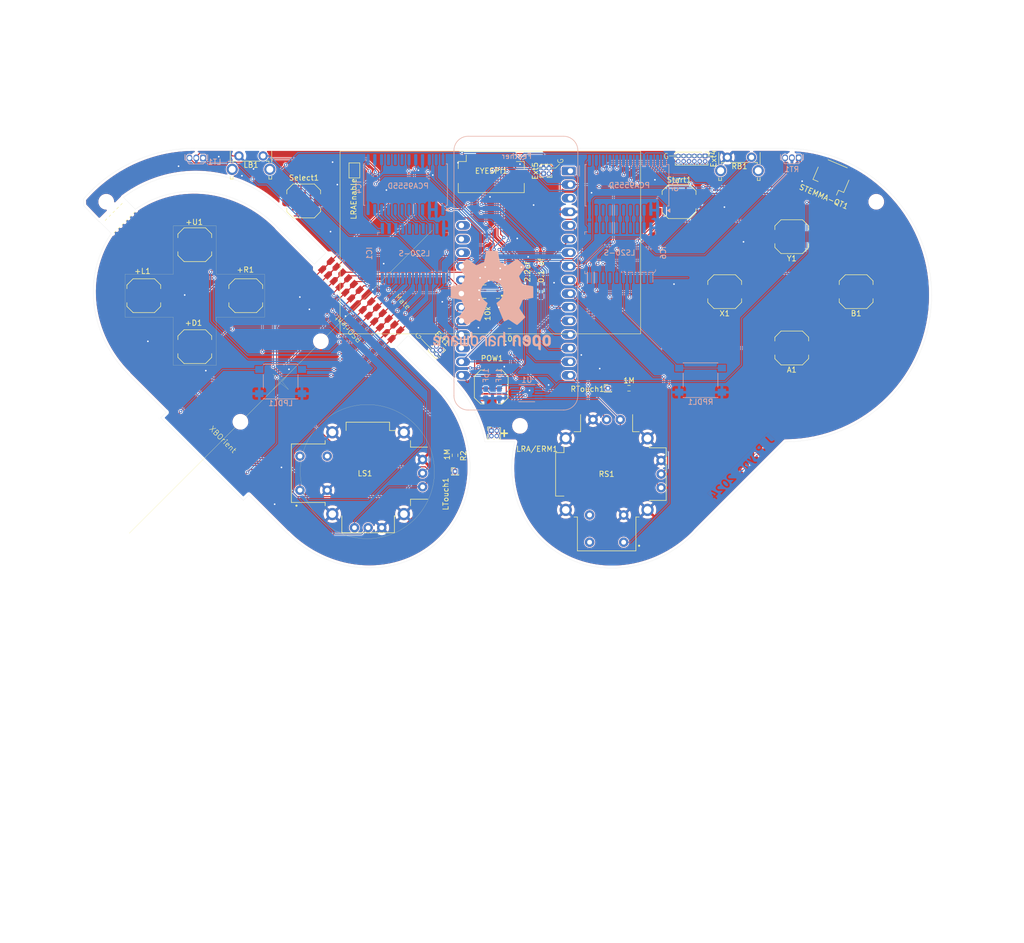
<source format=kicad_pcb>
(kicad_pcb (version 20240108) (generator "pcbnew") (generator_version "8.0")
  (title_block (title "FSCKPad") (date "2024-06-29") (rev "1.1"))
  (layers (0 "F.Cu" signal) (31 "B.Cu" signal) (34 "B.Paste" user) (35 "F.Paste" user) (36 "B.SilkS" user "B.Silkscreen") (37 "F.SilkS" user "F.Silkscreen") (38 "B.Mask" user) (39 "F.Mask" user) (44 "Edge.Cuts" user))
  (net 0 "")
  (net 1 "+3.3V")
  (net 2 "GND")
  (net 3 "Net-(IC1-OUT5)")
  (net 4 "Net-(IC1-OUT6)")
  (net 5 "Net-(IC1-OUT8)")
  (net 6 "Net-(IC1-OUT7)")
  (net 7 "Net-(IC1-OUT0)")
  (net 8 "Net-(IC1-OUT1)")
  (net 9 "Net-(IC1-OUT3)")
  (net 10 "Net-(IC1-OUT4)")
  (net 11 "Net-(IC1-OUT2)")
  (net 12 "Net-(IC5-IO0_7)")
  (net 13 "Net-(IC5-IO0_4)")
  (net 14 "Net-(IC5-IO0_0)")
  (net 15 "Net-(IC5-IO1_0)")
  (net 16 "Net-(IC5-IO0_3)")
  (net 17 "Net-(IC5-IO0_5)")
  (net 18 "Net-(IC5-IO0_2)")
  (net 19 "Net-(IC5-IO0_6)")
  (net 20 "Net-(IC5-IO0_1)")
  (net 22 "Net-(EYESPI1-Pin_4)")
  (net 23 "Net-(EYESPI1-Pin_5)")
  (net 25 "Net-(EYESPI1-Pin_6)")
  (net 27 "Net-(EYESPI1-Pin_9)")
  (net 28 "Net-(EYESPI1-Pin_12)")
  (net 30 "RESET")
  (net 31 "Net-(EYESPI1-Pin_2)")
  (net 32 "Net-(EYESPI1-Pin_7)")
  (net 33 "Net-(EYESPI1-Pin_18)")
  (net 34 "Net-(EYESPI1-Pin_17)")
  (net 40 "/SCL")
  (net 41 "/SDA")
  (net 42 "/LT")
  (net 43 "/RT")
  (net 44 "/GPIO6")
  (net 45 "/INTERRUPT")
  (net 46 "/GPIO5")
  (net 47 "/GPIO3")
  (net 48 "/GPIO4")
  (net 49 "/GPIO1")
  (net 50 "/GPIO2")
  (net 51 "/D9")
  (net 52 "/PS")
  (net 53 "/D8")
  (net 54 "/RPDL")
  (net 55 "/A")
  (net 56 "/RJSS")
  (net 57 "/RB")
  (net 58 "/X")
  (net 59 "/B")
  (net 60 "/Y")
  (net 61 "/LJSS")
  (net 62 "/L")
  (net 63 "/D")
  (net 64 "/LB")
  (net 65 "/U")
  (net 66 "/R")
  (net 67 "/LPDL")
  (net 68 "/RJSV")
  (net 69 "/LJSV")
  (net 70 "/RJSH")
  (net 71 "/LJSH")
  (net 72 "/RTouchSense")
  (net 73 "Net-(IC4-IO1_1)")
  (net 76 "/LTouchProbe")
  (net 77 "/RTouchProbe")
  (net 79 "Net-(IC6-SW1)")
  (net 80 "/LTouchSense")
  (net 81 "/OriSelect")
  (net 82 "Net-(U1-REG)")
  (net 83 "Net-(LRA/ERM1-Pin_2)")
  (net 84 "Net-(LRA/ERM1-Pin_1)")
  (net 85 "/LRASelect")
  (footprint "Connector_PinHeader_1.00mm:PinHeader_2x02_P1.00mm_Vertical" (layer "F.Cu") (at 98.25 17 90)
    (property "Reference" "Ext5")
    (property "Value" "Conn_02x02_Top_Bottom" (hide yes))
  )
  (footprint "JSP_Footprints:BridgeableComb_1x13" (layer "F.Cu") (at 34.990369 70.165631 45)
    (property "Reference" "XBOrient")
    (property "Value" "Conn_01x13")
  )
  (footprint "JSP_Footprints:BridgeableComb_1x13" (layer "F.Cu") (at 64.260077 40.53913 -135)
    (property "Reference" "PSOrient")
    (property "Value" "Conn_01x13" (hide yes))
  )
  (footprint "Resistor_SMD:R_0603_1608Metric_Pad0.98x0.95mm_HandSolder" (layer "F.Cu") (at 81.75 69.5 -90)
    (property "Reference" "R2")
    (property "Value" "1M")
  )
  (footprint "JSP_Footprints:6.5mm_MouseBite" (layer "F.Cu") (at 17.783739 24.507261 45)
    (property "Reference" "Bite1" (hide yes))
    (property "Value" "Fiducial")
  )
  (footprint "Button_Switch_THT:SW_Tactile_SPST_Angled_PTS645Vx39-2LFS" (layer "F.Cu") (at 132.5 13.9625)
    (property "Reference" "RB1")
    (property "Value" "PTS645V" (hide yes))
  )
  (footprint "MountingHole:MountingHole_2.7mm_M2.5_DIN965" (layer "F.Cu") (at 56.75 48.25)
    (property "Reference" "H4" (hide yes))
    (property "Value" "MountingHole" (hide yes))
  )
  (footprint "MountingHole:MountingHole_2.7mm_M2.5_DIN965" (layer "F.Cu") (at 93.853 64.008)
    (property "Reference" "H3" (hide yes))
    (property "Value" "MountingHole" (hide yes))
  )
  (footprint "Capacitor_SMD:C_0603_1608Metric_Pad1.08x0.95mm_HandSolder" (layer "F.Cu") (at 95.24 39.0025 -90)
    (property "Reference" "C2" (hide yes))
    (property "Value" "2.2uf")
  )
  (footprint "Connector_PinHeader_1.00mm:PinHeader_1x01_P1.00mm_Vertical" (layer "F.Cu") (at 110.25 57)
    (property "Reference" "RTouch1")
    (property "Value" "Conn_01x01_Pin" (hide yes))
  )
  (footprint "Jumper:SolderJumper-2_P1.3mm_Open_TrianglePad1.0x1.5mm" (layer "F.Cu") (at 62.992 16.4065 -90)
    (property "Reference" "LRAEnable")
    (property "Value" "0")
  )
  (footprint "Connector_PinHeader_1.00mm:PinHeader_1x01_P1.00mm_Vertical" (layer "F.Cu") (at 81.75 72.5)
    (property "Reference" "LTouch1")
    (property "Value" "Conn_01x01_Pin" (hide yes))
  )
  (footprint "Capacitor_SMD:C_0603_1608Metric_Pad1.08x0.95mm_HandSolder" (layer "F.Cu") (at 97.75 39.0025 -90)
    (property "Reference" "C1" (hide yes))
    (property "Value" "0.1 uf")
  )
  (footprint "Connector_PinHeader_1.00mm:PinHeader_2x02_P1.00mm_Vertical" (layer "F.Cu") (at 78.994 49.911 -135)
    (property "Reference" "Ext1")
    (property "Value" "H1")
  )
  (footprint "Connector_PinHeader_1.00mm:PinHeader_2x02_P1.00mm_Vertical" (layer "F.Cu") (at 88.527 64.905)
    (property "Reference" "LRA/ERM1")
    (property "Value" "Conn_02x02_Odd_Even")
  )
  (footprint "MountingHole:MountingHole_2.7mm_M2.5_DIN965" (layer "F.Cu") (at 41.75 63.25)
    (property "Reference" "H5" (hide yes))
    (property "Value" "MountingHole" (hide yes))
  )
  (footprint "Connector_JST:JST_SH_SM04B-SRSS-TB_1x04-1MP_P1.00mm_Horizontal" (layer "F.Cu") (at 152.019 17.653 157)
    (property "Reference" "STEMMA-QT1")
    (property "Value" "Conn_01x04" (hide yes))
  )
  (footprint "JSP_Footprints:SW_Push_1TS009_Conductive_Pad" (layer "F.Cu") (at 144.5 28.75 180)
    (property "Reference" "Y1")
    (property "Value" "1-TS009")
  )
  (footprint "JSP_Footprints:SW_Push_1TS009_Conductive_Pad" (layer "F.Cu") (at 144.5 49.5 180)
    (property "Reference" "A1")
    (property "Value" "1-TS009")
  )
  (footprint "JSP_Footprints:SW_Push_1TS009_Conductive_Pad" (layer "F.Cu") (at 123.500892 22.225)
    (property "Reference" "Start1")
    (property "Value" "1-TS009")
  )
  (footprint "JSP_Footprints:BridgeableComb_1x13_Reverse" (layer "F.Cu") (at 64.252781 40.549965 45)
    (property "Reference" "Mate")
    (property "Value" "Conn_01x13" (hide yes))
  )
  (footprint "Button_Switch_THT:SW_Tactile_SPST_Angled_PTS645Vx39-2LFS" (layer "F.Cu") (at 41.475 13.7125)
    (property "Reference" "LB1")
    (property "Value" "PTS645V" (hide yes))
  )
  (footprint "MountingHole:MountingHole_2.7mm_M2.5_DIN965" (layer "F.Cu") (at 160.25 22.25)
    (property "Reference" "H2" (hide yes))
    (property "Value" "MountingHole" (hide yes))
  )
  (footprint "JSP_Footprints:SW_Push_1TS009_Conductive_Pad" (layer "F.Cu") (at 33.25 30.25)
    (property "Reference" "+U1")
    (property "Value" "1-TS009")
  )
  (footprint "Connector_PinHeader_1.00mm:PinHeader_2x06_P1.00mm_Vertical" (layer "F.Cu") (at 128.349 13.716 -90)
    (property "Reference" "Ext4")
    (property "Value" "Conn_02x07_Counter_Clockwise")
  )
  (footprint "JSP_Footprints:6.5mm_MouseBite" (layer "F.Cu") (at 20.158447 26.062077 45)
    (property "Reference" "Bite2" (hide yes))
    (property "Value" "Fiducial")
  )
  (footprint "JSP_Footprints:SW_Push_1TS009_Conductive_Pad" (layer "F.Cu") (at 23.75 39.75)
    (property "Reference" "+L1")
    (property "Value" "1-TS009")
  )
  (footprint "JSP_Footprints:SW_Push_1TS009_Conductive_Pad" (layer "F.Cu") (at 33.25 49.25)
    (property "Reference" "+D1")
    (property "Value" "1-TS009")
  )
  (footprint "COM-09032:XDCR_COM-09032" (layer "F.Cu") (at 65.55 72.831281 90)
    (property "Reference" "LS1")
    (property "Value" "COM-09032")
  )
  (footprint "Capacitor_SMD:C_0603_1608Metric_Pad1.08x0.95mm_HandSolder" (layer "F.Cu") (at 92.73 39.0025 -90)
    (property "Reference" "C3" (hide yes))
    (property "Value" "10nf")
  )
  (footprint "JSP_Footprints:SW_Push_1TS009_Conductive_Pad" (layer "F.Cu") (at 53.546 22.098 180)
    (property "Reference" "Select1")
    (property "Value" "1-TS009")
  )
  (footprint "ICM-42670-P:XDCR_ICM-42670-P" (layer "F.Cu") (at 88.5 39 180)
    (property "Reference" "IC3")
    (property "Value" "ICM-42670-P" (hide yes))
  )
  (footprint "JSP_Footprints:SW_Push_1TS009_Conductive_Pad" (layer "F.Cu") (at 88.5 56.769 90)
    (property "Reference" "POW1")
    (property "Value" "1-TS009")
  )
  (footprint "JSP_Footprints:SW_Push_1TS009_Conductive_Pad" (layer "F.Cu") (at 132 39 180)
    (property "Reference" "X1")
    (property "Value" "1-TS009")
  )
  (footprint "JSP_Footprints:SW_Push_1TS009_Conductive_Pad" (layer "F.Cu") (at 42.75 39.75)
    (property "Reference" "+R1")
    (property "Value" "1-TS009")
  )
  (footprint "COM-09032:XDCR_COM-09032" (layer "F.Cu") (at 110 73 180)
    (property "Reference" "RS1")
    (property "Value" "COM-09032")
  )
  (footprint "Resistor_SMD:R_0603_1608Metric_Pad0.98x0.95mm_HandSolder" (layer "F.Cu") (at 86.4 43.08 90)
    (property "Reference" "R4" (hide yes))
    (property "Value" "10k")
  )
  (footprint "Resistor_SMD:R_0603_1608Metric_Pad0.98x0.95mm_HandSolder" (layer "F.Cu") (at 114.1625 57 180)
    (property "Reference" "R1" (hide yes))
    (property "Value" "1M")
  )
  (footprint "MountingHole:MountingHole_2.7mm_M2.5_DIN965" (layer "F.Cu") (at 16.75 22.25)
    (property "Reference" "H1" (hide yes))
    (property "Value" "MountingHole" (hide yes))
  )
  (footprint "Connector_FFC-FPC:Hirose_FH12-18S-0.5SH_1x18-1MP_P0.50mm_Horizontal" (layer "F.Cu") (at 88.5 16.05)
    (property "Reference" "EYESPI1")
    (property "Value" "Conn_01x18_Pin")
  )
  (footprint "JSP_Footprints:SW_Push_1TS009_Conductive_Pad" (layer "F.Cu") (at 156.5 39 180)
    (property "Reference" "B1")
    (property "Value" "1-TS009")
  )
  (footprint "Resistor_SMD:R_0603_1608Metric_Pad0.98x0.95mm_HandSolder" (layer "F.Cu") (at 91.92 46.36)
    (property "Reference" "R5" (hide yes))
    (property "Value" "10k")
  )
  (footprint "Capacitor_SMD:C_0603_1608Metric_Pad1.08x0.95mm_HandSolder" (layer "B.Cu") (at 87.471684 58.004136 -90)
    (property "Reference" "C4" (hide yes))
    (property "Value" "1pF")
  )
  (footprint "digikey-kicad-library:SOIC-20_W7.5mm" (layer "B.Cu") (at 73.914 31.877 90)
    (property "Reference" "IC1")
    (property "Value" "LS20-S")
  )
  (footprint "Capacitor_SMD:C_0603_1608Metric_Pad1.08x0.95mm_HandSolder" (layer "B.Cu") (at 89.981684 58.004136 -90)
    (property "Reference" "C5" (hide yes))
    (property "Value" "1pF")
  )
  (footprint "Button_Switch_SMD:SW_Push_1P1T_NO_6x6mm_H9.5mm" (layer "B.Cu") (at 49.25 55.75)
    (property "Reference" "LPDL1")
    (property "Value" "1-TS009")
  )
  (footprint "Package_SO:SOIC-24W_7.5x15.4mm_P1.27mm" (layer "B.Cu") (at 113.792 19.177 90)
    (property "Reference" "IC5")
    (property "Value" "PCA9555D")
  )
  (footprint "Module:Adafruit_Feather" (layer "B.Cu") (at 103.25 16.5 180)
    (property "Reference" "Feather")
    (property "Value" "Adafruit_Feather_Generic" (hide yes))
  )
  (footprint "Package_TO_SOT_THT:TO-92Flat" (layer "B.Cu") (at 34.798 14.097 180)
    (property "Reference" "LT1")
    (property "Value" "A1301EUA-T" (hide yes))
  )
  (footprint "Package_SO:VSSOP-10_3x3mm_P0.5mm" (layer "B.Cu") (at 95.123 57.912 180)
    (property "Reference" "U1")
    (property "Value" "DRV2605LDGS")
  )
  (footprint "Button_Switch_SMD:SW_Push_1P1T_NO_6x6mm_H9.5mm" (layer "B.Cu") (at 127.5 55.5)
    (property "Reference" "RPDL1")
    (property "Value" "1-TS009")
  )
  (footprint "Package_SO:SOIC-24W_7.5x15.4mm_P1.27mm" (layer "B.Cu") (at 72.517 19.05 90)
    (property "Reference" "IC4")
    (property "Value" "PCA9555D")
  )
  (footprint "Symbol:OSHW-Logo2_24.3x20mm_SilkScreen" (layer "B.Cu") (at 88.646 40.64 180)
    (property "Reference" "Centroid1" (hide yes))
    (property "Value" "Fiducial" (hide yes))
  )
  (footprint "Package_TO_SOT_THT:TO-92Flat" (layer "B.Cu") (at 145.796 14.059 180)
    (property "Reference" "RT1")
    (property "Value" "A1301EUA-T" (hide yes))
  )
  (footprint "digikey-kicad-library:SOIC-20_W7.5mm" (layer "B.Cu") (at 112.522 31.75 90)
    (property "Reference" "IC6")
    (property "Value" "LS20-S")
  )
  (gr_line (start 46.249964 43.750028) (end 46.249964 35.75) (stroke (width 0.0254)) (layer "F.SilkS"))
  (gr_line (start 29.249968 43.750027) (end 29.249968 52.749996) (stroke (width 0.0254)) (layer "F.SilkS"))
  (gr_line (start 49.274628 56.083875) (end 47.842331 57.232593) (stroke (width 0.0254)) (layer "F.SilkS"))
  (gr_curve (pts (xy 60.626974 60.99257) (xy 55.956044 62.927332) (xy 52.910517 67.485286) (xy 52.910517 72.541064)) (stroke (width 0.0254)) (layer "F.SilkS"))
  (gr_line (start 37.249996 26.750031) (end 29.249968 26.750031) (stroke (width 0.0254)) (layer "F.SilkS"))
  (gr_line (start 46.249964 35.75) (end 37.249996 35.749999) (stroke (width 0.0254)) (layer "F.SilkS"))
  (gr_line (start 49.274629 55.516714) (end 50.706928 54.367996) (stroke (width 0.0254)) (layer "F.SilkS"))
  (gr_line (start 78.958645 51.325213) (end 76.130218 48.496786) (stroke (width 0.1)) (layer "F.SilkS"))
  (gr_line (start 21.0315 84.043424) (end 77.517758 27.557166) (stroke (width 0.0254)) (layer "F.SilkS"))
  (gr_curve (pts (xy 52.910517 72.541064) (xy 52.910517 77.596842) (xy 55.956044 82.154796) (xy 60.626974 84.089558)) (stroke (width 0.0254)) (layer "F.SilkS"))
  (gr_line (start 37.249996 35.749999) (end 37.249996 26.750031) (stroke (width 0.0254)) (layer "F.SilkS"))
  (gr_line (start 121.666 13.716) (end 129.916 13.716) (stroke (width 0.1)) (layer "F.SilkS"))
  (gr_line (start 20.25 43.750028) (end 29.249968 43.750027) (stroke (width 0.0254)) (layer "F.SilkS"))
  (gr_line (start 47.84233 54.367996) (end 49.274629 55.516714) (stroke (width 0.0254)) (layer "F.SilkS"))
  (gr_curve (pts (xy 77.910517 72.541064) (xy 77.910517 69.225858) (xy 76.593556 66.046434) (xy 74.249352 63.702229)) (stroke (width 0.0254)) (layer "F.SilkS"))
  (gr_line (start 77.517758 27.557166) (end 21.0315 84.043424) (stroke (width 0.0254)) (layer "F.SilkS"))
  (gr_line (start 50.706927 57.232593) (end 49.274628 56.083875) (stroke (width 0.0254)) (layer "F.SilkS"))
  (gr_curve (pts (xy 60.626974 84.089558) (xy 65.297904 86.024321) (xy 70.674377 84.954874) (xy 74.249352 81.379899)) (stroke (width 0.0254)) (layer "F.SilkS"))
  (gr_line (start 100.5 15.96) (end 101.25 15.21) (stroke (width 0.1)) (layer "F.SilkS"))
  (gr_line (start 97.25 15.96) (end 100.5 15.96) (stroke (width 0.1)) (layer "F.SilkS"))
  (gr_curve (pts (xy 74.249352 63.702229) (xy 70.674377 60.127254) (xy 65.297904 59.057807) (xy 60.626974 60.99257)) (stroke (width 0.0254)) (layer "F.SilkS"))
  (gr_line (start 29.249968 35.749999) (end 20.25 35.75) (stroke (width 0.0254)) (layer "F.SilkS"))
  (gr_line (start 29.249968 26.750031) (end 29.249968 35.749999) (stroke (width 0.0254)) (layer "F.SilkS"))
  (gr_line (start 48.991048 55.800295) (end 47.84233 54.367996) (stroke (width 0.0254)) (layer "F.SilkS"))
  (gr_line (start 20.25 35.75) (end 20.25 43.750028) (stroke (width 0.0254)) (layer "F.SilkS"))
  (gr_rect (start 60.325 12.827) (end 116.332 46.863) (stroke (width 0.1)) (fill none) (layer "F.SilkS"))
  (gr_line (start 47.842331 57.232593) (end 48.991048 55.800295) (stroke (width 0.0254)) (layer "F.SilkS"))
  (gr_line (start 37.249996 43.750027) (end 46.249964 43.750028) (stroke (width 0.0254)) (layer "F.SilkS"))
  (gr_line (start 50.706928 54.367996) (end 49.558209 55.800294) (stroke (width 0.0254)) (layer "F.SilkS"))
  (gr_line (start 76.130218 48.496786) (end 75.438 47.752) (stroke (width 0.1)) (layer "F.SilkS"))
  (gr_line (start 29.249968 52.749996) (end 37.249996 52.749996) (stroke (width 0.0254)) (layer "F.SilkS"))
  (gr_line (start 37.249996 52.749996) (end 37.249996 43.750027) (stroke (width 0.0254)) (layer "F.SilkS"))
  (gr_curve (pts (xy 74.249352 81.379899) (xy 76.593556 79.035694) (xy 77.910517 75.85627) (xy 77.910517 72.541064)) (stroke (width 0.0254)) (layer "F.SilkS"))
  (gr_line (start 49.558209 55.800294) (end 50.706927 57.232593) (stroke (width 0.0254)) (layer "F.SilkS"))
  (gr_line (start 55.516496 33.898612) (end 48.752051 27.134684) (stroke (width 0.0254)) (layer "Edge.Cuts"))
  (gr_line (start 43.316207 76.893404) (end 50.470293 84.047489) (stroke (width 0.0254)) (layer "Edge.Cuts"))
  (gr_line (start 73.030156 47.159818) (end 81.159375 55.289038) (stroke (width 0.0254)) (layer "Edge.Cuts"))
  (gr_curve (pts (xy 48.387216 26.717655) (xy 41.10636 19.450935) (xy 30.00826 18.152971) (xy 22.167627 23.651176)) (stroke (width 0.0254)) (layer "Edge.Cuts"))
  (gr_curve (pts (xy 111.774222 90.521114) (xy 117.147333 90.323315) (xy 122.378844 87.999141) (xy 126.317862 84.059892)) (stroke (width 0.0254)) (layer "Edge.Cuts"))
  (gr_curve (pts (xy 35.015939 17.003519) (xy 40.406294 17.382769) (xy 45.480081 19.689452) (xy 49.30964 23.501831)) (stroke (width 0.0254)) (layer "Edge.Cuts"))
  (gr_curve (pts (xy 48.752051 27.134684) (xy 48.632166 26.994206) (xy 48.510543 26.855185) (xy 48.387216 26.717655)) (stroke (width 0.0254)) (layer "Edge.Cuts"))
  (gr_line (start 77.676901 56.059534) (end 70.913489 49.296122) (stroke (width 0.0254)) (layer "Edge.Cuts"))
  (gr_curve (pts (xy 50.497681 84.021651) (xy 54.436833 87.960779) (xy 59.668422 90.284777) (xy 65.041535 90.482382)) (stroke (width 0.0254)) (layer "Edge.Cuts"))
  (gr_line (start 126.683212 83.642863) (end 143.321992 67.004085) (stroke (width 0.0254)) (layer "Edge.Cuts"))
  (gr_line (start 70.913489 49.296122) (end 71.929965 48.279647) (stroke (width 0.0254)) (layer "Edge.Cuts"))
  (gr_curve (pts (xy 17.678496 28.150126) (xy 12.225404 35.992428) (xy 13.541137 47.054676) (xy 20.790451 54.31442)) (stroke (width 0.0254)) (layer "Edge.Cuts"))
  (gr_curve (pts (xy 170.572522 39.641414) (xy 170.572522 24.476616) (xy 158.326342 12.267891) (xy 143.114762 12.267891)) (stroke (width 0.0254)) (layer "Edge.Cuts"))
  (gr_line (start 143.114762 12.267891) (end 33.283745 12.267891) (stroke (width 0.0254)) (layer "Edge.Cuts"))
  (gr_line (start 50.497164 84.021134) (end 50.497681 84.021651) (stroke (width 0.0254)) (layer "Edge.Cuts"))
  (gr_line (start 12.5 21.75) (end 12.535657 22.96543) (stroke (width 0.0254)) (layer "Edge.Cuts"))
  (gr_curve (pts (xy 79.148646 85.075333) (xy 86.769024 77.454686) (xy 86.297046 64.627535) (xy 78.094446 56.424886)) (stroke (width 0.0254)) (layer "Edge.Cuts"))
  (gr_line (start 87.315072 67.01442) (end 92.873389 67.01442) (stroke (width 0.0254)) (layer "Edge.Cuts"))
  (gr_line (start 20.791484 54.315454) (end 20.765129 54.342326) (stroke (width 0.0254)) (layer "Edge.Cuts"))
  (gr_line (start 71.929965 48.279647) (end 71.920146 48.269828) (stroke (width 0.0254)) (layer "Edge.Cuts"))
  (gr_line (start 26.904289 62.510819) (end 42.301799 77.907812) (stroke (width 0.0254)) (layer "Edge.Cuts"))
  (gr_line (start 12.535657 22.96543) (end 15.425403 25.981266) (stroke (width 0.0254)) (layer "Edge.Cuts"))
  (gr_line (start 49.341679 23.471342) (end 57.652283 31.782462) (stroke (width 0.0254)) (layer "Edge.Cuts"))
  (gr_line (start 81.12837 55.320561) (end 81.129403 55.321594) (stroke (width 0.0254)) (layer "Edge.Cuts"))
  (gr_curve (pts (xy 78.094446 56.424886) (xy 77.956748 56.301382) (xy 77.817555 56.179587) (xy 77.676901 56.059534)) (stroke (width 0.0254)) (layer "Edge.Cuts"))
  (gr_line (start 50.470293 84.047489) (end 50.497164 84.021134) (stroke (width 0.0254)) (layer "Edge.Cuts"))
  (gr_curve (pts (xy 126.317862 84.059892) (xy 126.441362 83.922365) (xy 126.563156 83.783344) (xy 126.683212 83.642863)) (stroke (width 0.0254)) (layer "Edge.Cuts"))
  (gr_line (start 20.790451 54.31442) (end 20.791484 54.315454) (stroke (width 0.0254)) (layer "Edge.Cuts"))
  (gr_line (start 49.310674 23.502348) (end 49.341679 23.471342) (stroke (width 0.0254)) (layer "Edge.Cuts"))
  (gr_line (start 20.765129 54.342326) (end 27.918698 61.496411) (stroke (width 0.0254)) (layer "Edge.Cuts"))
  (gr_line (start 56.532972 32.882137) (end 55.516496 33.898612) (stroke (width 0.0254)) (layer "Edge.Cuts"))
  (gr_curve (pts (xy 143.321992 67.004085) (xy 158.436202 66.892471) (xy 170.572522 54.736449) (xy 170.572522 39.641414)) (stroke (width 0.0254)) (layer "Edge.Cuts"))
  (gr_line (start 22.167627 23.651176) (end 19.952776 21.436324) (stroke (width 0.0254)) (layer "Edge.Cuts"))
  (gr_curve (pts (xy 15.425403 25.981266) (xy 15.435714 25.96351) (xy 15.44605 25.945767) (xy 15.456409 25.928039)) (stroke (width 0.0254)) (layer "Edge.Cuts"))
  (gr_line (start 81.159375 55.289038) (end 81.12837 55.320561) (stroke (width 0.0254)) (layer "Edge.Cuts"))
  (gr_curve (pts (xy 19.952776 21.436324) (xy 24.278532 18.19766) (xy 29.625467 16.624158) (xy 35.015939 17.003519)) (stroke (width 0.0254)) (layer "Edge.Cuts"))
  (gr_line (start 57.652283 31.782462) (end 56.54279 32.891955) (stroke (width 0.0254)) (layer "Edge.Cuts"))
  (gr_curve (pts (xy 97.666895 85.114608) (xy 101.326546 88.774131) (xy 106.401111 90.718912) (xy 111.774222 90.521114)) (stroke (width 0.0254)) (layer "Edge.Cuts"))
  (gr_line (start 56.54279 32.891955) (end 56.532972 32.882137) (stroke (width 0.0254)) (layer "Edge.Cuts"))
  (gr_line (start 42.301799 77.907812) (end 43.316207 76.893404) (stroke (width 0.0254)) (layer "Edge.Cuts"))
  (gr_line (start 27.918698 61.496411) (end 26.904289 62.510819) (stroke (width 0.0254)) (layer "Edge.Cuts"))
  (gr_line (start 71.920146 48.269828) (end 73.030156 47.159818) (stroke (width 0.0254)) (layer "Edge.Cuts"))
  (gr_curve (pts (xy 65.041535 90.482382) (xy 70.414648 90.679986) (xy 75.489136 88.735009) (xy 79.148646 85.075333)) (stroke (width 0.0254)) (layer "Edge.Cuts"))
  (gr_curve (pts (xy 92.873389 67.01442) (xy 91.281191 73.694599) (xy 93.079539 80.485127) (xy 97.666895 85.114608)) (stroke (width 0.0254)) (layer "Edge.Cuts"))
  (gr_line (start 49.30964 23.501831) (end 49.310674 23.502348) (stroke (width 0.0254)) (layer "Edge.Cuts"))
  (gr_curve (pts (xy 33.283745 12.267891) (xy 24.952413 12.267891) (xy 17.527476 15.945609) (xy 12.5 21.75)) (stroke (width 0.0254)) (layer "Edge.Cuts"))
  (gr_curve (pts (xy 81.129403 55.321594) (xy 84.316436 58.511277) (xy 86.471499 62.585013) (xy 87.315072 67.01442)) (stroke (width 0.0254)) (layer "Edge.Cuts"))
  (gr_line (start 15.456409 25.928039) (end 17.678496 28.150126) (stroke (width 0.0254)) (layer "Edge.Cuts"))
  (gr_text "rev 1.1" (at 135.001 74.041 45) (layer "F.Cu" knockout) (effects (font (size 1.5 1.5) (thickness 0.3) (bold yes)) (justify left bottom)))
  (gr_text "J Payne 2024" (at 141.605 66.675 45) (layer "B.Cu" knockout) (effects (font (size 1.5 1.5) (thickness 0.3) (bold yes)) (justify left bottom mirror)))
  (gr_text "G" (at 102 15.21 90) (layer "F.SilkS") (effects (font (size 1 1) (thickness 0.1)) (justify left bottom)))
  (gr_text "G" (at 74.93 48.133 45) (layer "F.SilkS") (effects (font (size 1 1) (thickness 0.1)) (justify left bottom)))
  (gr_text "G" (at 120.523 14.351 0) (layer "F.SilkS") (effects (font (size 1 1) (thickness 0.1)) (justify left bottom)))
  (gr_text "+" (at 89.789 66.167 0) (layer "F.SilkS") (effects (font (size 1.5 1.5) (thickness 0.3) (bold yes)) (justify left bottom)))
  (segment (start 150.636113 17.0462) (end 148.3422 17.0462) (width 0.2) (layer "F.Cu") (net 1))
  (segment (start 49.276 53.470739) (end 49.276 57.954215) (width 0.2) (layer "F.Cu") (net 1))
  (segment (start 84.25 14.2) (end 84.183 14.2) (width 0.2) (layer "F.Cu") (net 1))
  (segment (start 61.869468 45.085) (end 59.563 45.085) (width 0.2) (layer "F.Cu") (net 1))
  (segment (start 63.881 38.865739) (end 62.606896 40.139843) (width 0.2) (layer "F.Cu") (net 1))
  (segment (start 63.893571 38.753914) (end 64.742993 37.904492) (width 0.2) (layer "F.Cu") (net 1))
  (segment (start 68.631529 39.208) (end 78.267 39.208) (width 0.2) (layer "F.Cu") (net 1))
  (segment (start 98.588471 57.4) (end 92.745 51.556529) (width 0.2) (layer "F.Cu") (net 1))
  (segment (start 89.3875 37.7) (end 90.565 37.7) (width 0.2) (layer "F.Cu") (net 1))
  (segment (start 76.899 74.182281) (end 75.71 75.371281) (width 0.2) (layer "F.Cu") (net 1))
  (segment (start 64.619287 42.335181) (end 61.869468 45.085) (width 0.2) (layer "F.Cu") (net 1))
  (segment (start 89 36.549) (end 88.635363 36.184363) (width 0.2) (layer "F.Cu") (net 1))
  (segment (start 108.585 19.431) (end 108.077 19.431) (width 0.2) (layer "F.Cu") (net 1))
  (segment (start 97.75 39.865) (end 95.24 39.865) (width 0.2) (layer "F.Cu") (net 1))
  (segment (start 107.1 57.4) (end 98.588471 57.4) (width 0.2) (layer "F.Cu") (net 1))
  (segment (start 85.23 37.33) (end 85.23 41.085) (width 0.2) (layer "F.Cu") (net 1))
  (segment (start 95.24 39.865) (end 92.73 39.865) (width 0.2) (layer "F.Cu") (net 1))
  (segment (start 85.23 41.085) (end 86.4 42.255) (width 0.2) (layer "F.Cu") (net 1))
  (segment (start 85.23 37.33) (end 86.375637 36.184363) (width 0.2) (layer "F.Cu") (net 1))
  (segment (start 64.742993 37.904492) (end 65.405 37.904492) (width 0.2) (layer "F.Cu") (net 1))
  (segment (start 50.419 58.788492) (end 63.272789 71.642281) (width 0.2) (layer "F.Cu") (net 1))
  (segment (start 107.686 19.04) (end 103.25 19.04) (width 0.2) (layer "F.Cu") (net 1))
  (segment (start 90.565 37.7) (end 92.73 39.865) (width 0.2) (layer "F.Cu") (net 1))
  (segment (start 140.865 19.431) (end 128.016 19.431) (width 0.2) (layer "F.Cu") (net 1))
  (segment (start 89 38.0875) (end 89 36.549) (width 0.2) (layer "F.Cu") (net 1))
  (segment (start 151.816756 19.559274) (end 152.019 19.35703) (width 0.2) (layer "F.Cu") (net 1))
  (segment (start 92.745 51.556529) (end 92.745 46.36) (width 0.2) (layer "F.Cu") (net 1))
  (segment (start 112.54 62.84) (end 107.1 57.4) (width 0.2) (layer "F.Cu") (net 1))
  (segment (start 88 39.9125) (end 88 40.655) (width 0.2) (layer "F.Cu") (net 1))
  (segment (start 59.563 45.085) (end 58.612369 44.134369) (width 0.2) (layer "F.Cu") (net 1))
  (segment (start 44.4235 17.5525) (end 43.953845 18.022155) (width 0.2) (layer "F.Cu") (net 1))
  (segment (start 92.73 39.865) (end 92.73 46.345) (width 0.2) (layer "F.Cu") (net 1))
  (segment (start 62.606896 40.139843) (end 58.612369 44.134369) (width 0.2) (layer "F.Cu") (net 1))
  (segment (start 84.183 14.2) (end 83.058 13.075) (width 0.2) (layer "F.Cu") (net 1))
  (segment (start 49.233607 57.996607) (end 36.578374 70.651841) (width 0.2) (layer "F.Cu") (net 1))
  (segment (start 50.376607 57.996607) (end 50.419 58.039) (width 0.2) (layer "F.Cu") (net 1))
  (segment (start 76.899 72.338781) (end 76.899 74.182281) (width 0.2) (layer "F.Cu") (net 1))
  (segment (start 65.405 37.904492) (end 67.328021 37.904492) (width 0.2) (layer "F.Cu") (net 1))
  (segment (start 88 40.655) (end 86.4 42.255) (width 0.2) (layer "F.Cu") (net 1))
  (segment (start 88.635363 36.184363) (end 86.375637 36.184363) (width 0.2) (layer "F.Cu") (net 1))
  (segment (start 145.796 14.5) (end 140.865 19.431) (width 0.2) (layer "F.Cu") (net 1))
  (segment (start 112.54 62.84) (end 112.54 67.92) (width 0.2) (layer "F.Cu") (net 1))
  (segment (start 63.272789 71.642281) (end 76.2025 71.642281) (width 0.2) (layer "F.Cu") (net 1))
  (segment (start 148.3422 17.0462) (end 145.796 14.5) (width 0.2) (layer "F.Cu") (net 1))
  (segment (start 92.73 46.345) (end 92.745 46.36) (width 0.2) (layer "F.Cu") (net 1))
  (segment (start 67.328021 37.904492) (end 68.631529 39.208) (width 0.2) (layer "F.Cu") (net 1))
  (segment (start 50.419 58.039) (end 50.419 58.788492) (width 0.2) (layer "F.Cu") (net 1))
  (segment (start 49.276 57.954215) (end 49.233607 57.996607) (width 0.2) (layer "F.Cu") (net 1))
  (segment (start 112.54 67.92) (end 120.16 75.54) (width 0.2) (layer "F.Cu") (net 1))
  (segment (start 63.881 38.862) (end 63.881 38.865739) (width 0.2) (layer "F.Cu") (net 1))
  (segment (start 49.233607 57.996607) (end 50.376607 57.996607) (width 0.2) (layer "F.Cu") (net 1))
  (segment (start 87.3375 38.25) (end 87.3375 36.195) (width 0.2) (layer "F.Cu") (net 1))
  (segment (start 76.2025 71.642281) (end 76.899 72.338781) (width 0.2) (layer "F.Cu") (net 1))
  (segment (start 152.019 18.429087) (end 150.636113 17.0462) (width 0.2) (layer "F.Cu") (net 1))
  (segment (start 47.9795 17.5525) (end 44.4235 17.5525) (width 0.2) (layer "F.Cu") (net 1))
  (segment (start 89 38.0875) (end 89.3875 37.7) (width 0.2) (layer "F.Cu") (net 1))
  (segment (start 50.165 15.367) (end 47.9795 17.5525) (width 0.2) (layer "F.Cu") (net 1))
  (segment (start 78.267 39.208) (end 78.613 38.862) (width 0.2) (layer "F.Cu") (net 1))
  (segment (start 152.019 19.35703) (end 152.019 18.429087) (width 0.2) (layer "F.Cu") (net 1))
  (segment (start 108.077 19.431) (end 107.686 19.04) (width 0.2) (layer "F.Cu") (net 1))
  (segment (start 58.612369 44.134369) (end 49.276 53.470739) (width 0.2) (layer "F.Cu") (net 1))
  (via (at 86.417059 36.425785) (size 0.6) (drill 0.3) (layers "F.Cu" "B.Cu") (net 1))
  (via (at 50.165 15.367) (size 0.6) (drill 0.3) (layers "F.Cu" "B.Cu") (net 1))
  (via (at 65.405 37.904492) (size 0.6) (drill 0.3) (layers "F.Cu" "B.Cu") (net 1))
  (via (at 108.585 19.431) (size 0.6) (drill 0.3) (layers "F.Cu" "B.Cu") (net 1))
  (via (at 128.016 19.431) (size 0.6) (drill 0.3) (layers "F.Cu" "B.Cu") (net 1))
  (via (at 83.058 13.075) (size 0.6) (drill 0.3) (layers "F.Cu" "B.Cu") (net 1))
  (via (at 78.613 38.862) (size 0.6) (drill 0.3) (layers "F.Cu" "B.Cu") (net 1))
  (via (at 43.953845 18.022155) (size 0.6) (drill 0.3) (layers "F.Cu" "B.Cu") (net 1))
  (segment (start 39.283 15.2) (end 39.6305 14.8525) (width 0.2) (layer "B.Cu") (net 1))
  (segment (start 108.677 19.523) (end 108.585 19.431) (width 0.2) (layer "B.Cu") (net 1))
  (segment (start 92.923 56.912) (end 92.059 56.912) (width 0.2) (layer "B.Cu") (net 1))
  (segment (start 103.25 19.04) (end 98.84 19.04) (width 0.2) (layer "B.Cu") (net 1))
  (segment (start 83.058 13.075) (end 79.502 13.075) (width 0.2) (layer "B.Cu") (net 1))
  (segment (start 50.165 15.367) (end 52.457 13.075) (width 0.2) (layer "B.Cu") (net 1))
  (segment (start 92.232342 58.912) (end 91.252278 57.931936) (width 0.2) (layer "B.Cu") (net 1))
  (segment (start 79.629 37.846) (end 78.613 38.862) (width 0.2) (layer "B.Cu") (net 1))
  (segment (start 91.252278 57.931936) (end 91.178065 57.931936) (width 0.2) (layer "B.Cu") (net 1))
  (segment (start 84.582844 38.26) (end 79.215 38.26) (width 0.2) (layer "B.Cu") (net 1))
  (segment (start 43.953845 18.022155) (end 45.057888 19.126199) (width 0.2) (layer "B.Cu") (net 1))
  (segment (start 97.323 58.912) (end 108.612 58.912) (width 0.2) (layer "B.Cu") (net 1))
  (segment (start 79.502 14.4) (end 79.502 13.075) (width 0.2) (layer "B.Cu") (net 1))
  (segment (start 117.3198 13.149201) (end 116.967 13.502001) (width 0.2) (layer "B.Cu") (net 1))
  (segment (start 92.875 13.075) (end 83.058 13.075) (width 0.2) (layer "B.Cu") (net 1))
  (segment (start 52.457 13.075) (end 74.422 13.075) (width 0.2) (layer "B.Cu") (net 1))
  (segment (start 39.6305 14.8525) (end 40.784189 14.8525) (width 0.2) (layer "B.Cu") (net 1))
  (segment (start 69.372765 75.371281) (end 63.01 81.734046) (width 0.2) (layer "B.Cu") (net 1))
  (segment (start 86.417059 36.425785) (end 84.582844 38.26) (width 0.2) (layer "B.Cu") (net 1))
  (segment (start 93.8115 14.0115) (end 92.875 13.075) (width 0.2) (layer "B.Cu") (net 1))
  (segment (start 116.967 13.502001) (end 116.666999 13.202) (width 0.2) (layer "B.Cu") (net 1))
  (segment (start 116.666999 13.202) (end 94.621 13.202) (width 0.2) (layer "B.Cu") (net 1))
  (segment (start 87.455684 57.157636) (end 87.471684 57.141636) (width 0.2) (layer "B.Cu") (net 1))
  (segment (start 63.01 82.991281) (end 63.01 81.734046) (width 0.2) (layer "B.Cu") (net 1))
  (segment (start 79.502 13.075) (end 74.422 13.075) (width 0.2) (layer "B.Cu") (net 1))
  (segment (start 79.215 38.26) (end 78.613 38.862) (width 0.2) (layer "B.Cu") (net 1))
  (segment (start 128.016 19.431) (end 127.924 19.523) (width 0.2) (layer "B.Cu") (net 1))
  (segment (start 91.178065 57.931936) (end 92.198001 56.912) (width 0.2) (layer "B.Cu") (net 1))
  (segment (start 120.777 14.527) (end 120.777 13.502001) (width 0.2) (layer "B.Cu") (net 1))
  (segment (start 116.967 13.502001) (end 116.967 14.527) (width 0.2) (layer "B.Cu") (net 1))
  (segment (start 118.237 36.4) (end 125.161726 36.4) (width 0.2) (layer "B.Cu") (net 1))
  (segment (start 87.471684 57.141636) (end 88.261984 57.931936) (width 0.2) (layer "B.Cu") (net 1))
  (segment (start 98.84 19.04) (end 93.8115 14.0115) (width 0.2) (layer "B.Cu") (net 1))
  (segment (start 94.621 13.202) (end 93.8115 14.0115) (width 0.2) (layer "B.Cu") (net 1))
  (segment (start 88.261984 57.931936) (end 91.178065 57.931936) (width 0.2) (layer "B.Cu") (net 1))
  (segment (start 75.71 75.371281) (end 69.372765 75.371281) (width 0.2) (layer "B.Cu") (net 1))
  (segment (start 45.057888 19.126199) (end 46.626707 19.126199) (width 0.2) (layer "B.Cu") (net 1))
  (segment (start 108.612 58.912) (end 112.54 62.84) (width 0.2) (layer "B.Cu") (net 1))
  (segment (start 120.777 13.502001) (end 120.4242 13.149201) (width 0.2) (layer "B.Cu") (net 1))
  (segment (start 39.283 15.2) (end 35.901 15.2) (width 0.2) (layer "B.Cu") (net 1))
  (segment (start 145.77 14.5) (end 145.77 14.625) (width 0.2) (layer "B.Cu") (net 1))
  (segment (start 40.784189 14.8525) (end 43.953845 18.022155) (width 0.2) (layer "B.Cu") (net 1))
  (segment (start 92.198001 56.912) (end 92.923 56.912) (width 0.2) (layer "B.Cu") (net 1))
  (segment (start 35.901 15.2) (end 34.798 14.097) (width 0.2) (layer "B.Cu") (net 1))
  (segment (start 127.924 19.523) (end 108.677 19.523) (width 0.2) (layer "B.Cu") (net 1))
  (segment (start 92.923 58.912) (end 92.232342 58.912) (width 0.2) (layer "B.Cu") (net 1))
  (segment (start 97.323 58.912) (end 92.923 58.912) (width 0.2) (layer "B.Cu") (net 1))
  (segment (start 79.629 36.527) (end 79.629 37.846) (width 0.2) (layer "B.Cu") (net 1))
  (segment (start 46.626707 19.126199) (end 65.405 37.904492) (width 0.2) (layer "B.Cu") (net 1))
  (segment (start 120.4242 13.149201) (end 117.3198 13.149201) (width 0.2) (layer "B.Cu") (net 1))
  (segment (start 34.29 13.081) (end 39.624 13.081) (width 0.2) (layer "F.Cu") (net 2))
  (segment (start 65.330412 39.472334) (end 65.326873 39.472334) (width 0.2) (layer "F.Cu") (net 2))
  (segment (start 65.326873 39.472334) (end 63.182446 41.616761) (width 0.2) (layer "F.Cu") (net 2))
  (segment (start 39.624 13.081) (end 40.2555 13.7125) (width 0.2) (layer "F.Cu") (net 2))
  (segment (start 34.631159 68.36958) (end 35.34958 68.36958) (width 0.2) (layer "F.Cu") (net 2))
  (segment (start 33.528 14.097) (end 33.528 13.843) (width 0.2) (layer "F.Cu") (net 2))
  (segment (start 33.528 13.843) (end 34.29 13.081) (width 0.2) (layer "F.Cu") (net 2))
  (segment (start 35.34958 68.36958) (end 36.068 69.088) (width 0.2) (layer "F.Cu") (net 2))
  (segment (start 40.2555 13.7125) (end 41.475 13.7125) (width 0.2) (layer "F.Cu") (net 2))
  (via (at 68.961 20.066) (size 0.6) (drill 0.3) (layers "F.Cu" "B.Cu") (net 2))
  (via (at 146.431 18.415) (size 0.6) (drill 0.3) (layers "F.Cu" "B.Cu") (net 2))
  (via (at 24.511 48.26) (size 0.6) (drill 0.3) (layers "F.Cu" "B.Cu") (net 2))
  (via (at 31.369 39.624) (size 0.6) (drill 0.3) (layers "F.Cu" "B.Cu") (net 2))
  (via (at 59.817 19.05) (size 0.6) (drill 0.3) (layers "F.Cu" "B.Cu") (net 2))
  (via (at 58.928 14.859) (size 0.6) (drill 0.3) (layers "F.Cu" "B.Cu") (net 2))
  (via (at 42.037 17.399) (size 0.6) (drill 0.3) (layers "F.Cu" "B.Cu") (net 2))
  (via (at 61.341 43.561) (size 0.6) (drill 0.3) (layers "F.Cu" "B.Cu") (net 2))
  (via (at 89.916 41.91) (size 0.6) (drill 0.3) (layers "F.Cu" "B.Cu") (net 2))
  (via (at 82.296 14.986) (size 0.6) (drill 0.3) (layers "F.Cu" "B.Cu") (net 2))
  (via (at 105.283 50.8) (size 0.6) (drill 0.3) (layers "F.Cu" "B.Cu") (net 2))
  (via (at 54.61 42.291) (size 0.6) (drill 0.3) (layers "F.Cu" "B.Cu") (net 2))
  (via (at 86.233 40.513) (size 0.6) (drill 0.3) (layers "F.Cu" "B.Cu") (net 2))
  (via (at 49.403 71.755) (size 0.6) (drill 0.3) (layers "F.Cu" "B.Cu") (net 2))
  (via (at 52.832 40.005) (size 0.6) (drill 0.3) (layers "F.Cu" "B.Cu") (net 2))
  (via (at 58.547 27.813) (size 0.6) (drill 0.3) (layers "F.Cu" "B.Cu") (net 2))
  (via (at 96.393 22.86) (size 0.6) (drill 0.3) (layers "F.Cu" "B.Cu") (net 2))
  (via (at 99.187 56.388) (size 0.6) (drill 0.3) (layers "F.Cu" "B.Cu") (net 2))
  (via (at 100.203 37.338) (size 0.6) (drill 0.3) (layers "F.Cu" "B.Cu") (net 2))
  (via (at 131.953 23.241) (size 0.6) (drill 0.3) (layers "F.Cu" "B.Cu") (net 2))
  (via (at 35.306 53.721) (size 0.6) (drill 0.3) (layers "F.Cu" "B.Cu") (net 2))
  (via (at 95.631 57.404) (size 0.6) (drill 0.3) (layers "F.Cu" "B.Cu") (net 2))
  (via (at 48.133 78.613) (size 0.6) (drill 0.3) (layers "F.Cu" "B.Cu") (net 2))
  (via (at 93.853 15.24) (size 0.6) (drill 0.3) (layers "F.Cu" "B.Cu") (net 2))
  (via (at 68.453 33.782) (size 0.6) (drill 0.3) (layers "F.Cu" "B.Cu") (net 2))
  (via (at 74.93 16.383) (size 0.6) (drill 0.3) (layers "F.Cu" "B.Cu") (net 2))
  (via (at 87.376 34.417) (size 0.6) (drill 0.3) (layers "F.Cu" "B.Cu") (net 2))
  (via (at 122.555 37.592) (size 0.6) (drill 0.3) (layers "F.Cu" "B.Cu") (net 2))
  (via (at 44.196 16.129) (size 0.6) (drill 0.3) (layers "F.Cu" "B.Cu") (net 2))
  (via (at 86.106 45.72) (size 0.6) (drill 0.3) (layers "F.Cu" "B.Cu") (net 2))
  (via (at 79.375 40.894) (size 0.6) (drill 0.3) (layers "F.Cu" "B.Cu") (net 2))
  (via (at 123.571 17.907) (size 0.6) (drill 0.3) (layers "F.Cu" "B.Cu") (net 2))
  (via (at 118.999 18.161) (size 0.6) (drill 0.3) (layers "F.Cu" "B.Cu") (net 2))
  (via (at 91.186 48.895) (size 0.6) (drill 0.3) (layers "F.Cu" "B.Cu") (net 2))
  (via (at 66.421 38.608) (size 0.6) (drill 0.3) (layers "F.Cu" "B.Cu") (net 2))
  (via (at 50.8 53.467) (size 0.6) (drill 0.3) (layers "F.Cu" "B.Cu") (net 2))
  (via (at 107.188 20.574) (size 0.6) (drill 0.3) (layers "F.Cu" "B.Cu") (net 2))
  (via (at 30.226 15.621) (size 0.6) (drill 0.3) (layers "F.Cu" "B.Cu") (net 2))
  (via (at 108.712 53.34) (size 0.6) (drill 0.3) (layers "F.Cu" "B.Cu") (net 2))
  (via (at 88.011 36.957) (size 0.6) (drill 0.3) (layers "F.Cu" "B.Cu") (net 2))
  (via (at 90.17 36.703) (size 0.6) (drill 0.3) (layers "F.Cu" "B.Cu") (net 2))
  (via (at 77.597 17.272) (size 0.6) (drill 0.3) (layers "F.Cu" "B.Cu") (net 2))
  (via (at 135.509 29.718) (size 0.6) (drill 0.3) (layers "F.Cu" "B.Cu") (net 2))
  (via (at 88.265 21.336) (size 0.6) (drill 0.3) (layers "F.Cu" "B.Cu") (net 2))
  (via (at 37.719 13.843) (size 0.6) (drill 0.3) (layers "F.Cu" "B.Cu") (net 2))
  (via (at 93.345 29.083) (size 0.6) (drill 0.3) (layers "F.Cu" "B.Cu") (net 2))
  (via (at 95.377 32.512) (size 0.6) (drill 0.3) (layers "F.Cu" "B.Cu") (net 2))
  (via (at 90.932 52.959) (size 0.6) (drill 0.3) (layers "F.Cu" "B.Cu") (net 2))
  (segment (start 87.471684 58.866636) (end 89.981684 58.866636) (width 0.2) (layer "B.Cu") (net 2))
  (segment (start 71.208314 25.927) (end 72.009 26.727686) (width 0.2) (layer "B.Cu") (net 3))
  (segment (start 70.544001 25.927) (end 71.208314 25.927) (width 0.2) (layer "B.Cu") (net 3))
  (segment (start 69.342 23.7) (end 69.342 24.724999) (width 0.2) (layer "B.Cu") (net 3))
  (segment (start 69.342 24.724999) (end 70.544001 25.927) (width 0.2) (layer "B.Cu") (net 3))
  (segment (start 72.009 26.727686) (end 72.009 27.227) (width 0.2) (layer "B.Cu") (net 3))
  (segment (start 69.977 25.927) (end 70.739 26.689) (width 0.2) (layer "B.Cu") (net 4))
  (segment (start 68.072 23.7) (end 68.072 24.724999) (width 0.2) (layer "B.Cu") (net 4))
  (segment (start 68.072 24.724999) (end 69.274001 25.927) (width 0.2) (layer "B.Cu") (net 4))
  (segment (start 69.274001 25.927) (end 69.977 25.927) (width 0.2) (layer "B.Cu") (net 4))
  (segment (start 70.739 26.689) (end 70.739 27.227) (width 0.2) (layer "B.Cu") (net 4))
  (segment (start 67.393448 27.227) (end 64.932 24.765552) (width 0.2) (layer "B.Cu") (net 5))
  (segment (start 64.932 24.765552) (end 64.932 15) (width 0.2) (layer "B.Cu") (net 5))
  (segment (start 68.199 27.227) (end 67.393448 27.227) (width 0.2) (layer "B.Cu") (net 5))
  (segment (start 64.932 15) (end 65.532 14.4) (width 0.2) (layer "B.Cu") (net 5))
  (segment (start 66.802 24.724999) (end 68.004001 25.927) (width 0.2) (layer "B.Cu") (net 6))
  (segment (start 68.004001 25.927) (end 68.707 25.927) (width 0.2) (layer "B.Cu") (net 6))
  (segment (start 69.469 26.689) (end 69.469 27.227) (width 0.2) (layer "B.Cu") (net 6))
  (segment (start 68.707 25.927) (end 69.469 26.689) (width 0.2) (layer "B.Cu") (net 6))
  (segment (start 66.802 23.7) (end 66.802 24.724999) (width 0.2) (layer "B.Cu") (net 6))
  (segment (start 75.692 24.724999) (end 76.894001 25.927) (width 0.2) (layer "B.Cu") (net 7))
  (segment (start 76.894001 25.927) (end 77.689 25.927) (width 0.2) (layer "B.Cu") (net 7))
  (segment (start 77.689 25.927) (end 78.359 26.597) (width 0.2) (layer "B.Cu") (net 7))
  (segment (start 75.692 23.7) (end 75.692 24.724999) (width 0.2) (layer "B.Cu") (net 7))
  (segment (start 78.359 26.597) (end 78.359 27.227) (width 0.2) (layer "B.Cu") (net 7))
  (segment (start 74.422 23.7) (end 74.422 24.765) (width 0.2) (layer "B.Cu") (net 8))
  (segment (start 77.089 26.689) (end 77.089 27.227) (width 0.2) (layer "B.Cu") (net 8))
  (segment (start 74.422 24.765) (end 75.584 25.927) (width 0.2) (layer "B.Cu") (net 8))
  (segment (start 76.327 25.927) (end 77.089 26.689) (width 0.2) (layer "B.Cu") (net 8))
  (segment (start 75.584 25.927) (end 76.327 25.927) (width 0.2) (layer "B.Cu") (net 8))
  (segment (start 74.549 26.689) (end 74.549 27.227) (width 0.2) (layer "B.Cu") (net 9))
  (segment (start 71.882 24.724999) (end 73.084001 25.927) (width 0.2) (layer "B.Cu") (net 9))
  (segment (start 71.882 23.7) (end 71.882 24.724999) (width 0.2) (layer "B.Cu") (net 9))
  (segment (start 73.787 25.927) (end 74.549 26.689) (width 0.2) (layer "B.Cu") (net 9))
  (segment (start 73.084001 25.927) (end 73.787 25.927) (width 0.2) (layer "B.Cu") (net 9))
  (segment (start 71.774 25.927) (end 72.517 25.927) (width 0.2) (layer "B.Cu") (net 10))
  (segment (start 70.612 24.765) (end 71.774 25.927) (width 0.2) (layer "B.Cu") (net 10))
  (segment (start 70.612 23.7) (end 70.612 24.765) (width 0.2) (layer "B.Cu") (net 10))
  (segment (start 72.517 25.927) (end 73.279 26.689) (width 0.2) (layer "B.Cu") (net 10))
  (segment (start 73.279 26.689) (end 73.279 27.227) (width 0.2) (layer "B.Cu") (net 10))
  (segment (start 75.819 26.727686) (end 75.819 27.227) (width 0.2) (layer "B.Cu") (net 11))
  (segment (start 73.152 24.724999) (end 74.354001 25.927) (width 0.2) (layer "B.Cu") (net 11))
  (segment (start 74.354001 25.927) (end 75.018314 25.927) (width 0.2) (layer "B.Cu") (net 11))
  (segment (start 75.018314 25.927) (end 75.819 26.727686) (width 0.2) (layer "B.Cu") (net 11))
  (segment (start 73.152 23.7) (end 73.152 24.724999) (width 0.2) (layer "B.Cu") (net 11))
  (segment (start 108.077 23.446) (end 108.077 27.1) (width 0.2) (layer "B.Cu") (net 12))
  (segment (start 111.887 23.446) (end 111.887 27.1) (width 0.2) (layer "B.Cu") (net 13))
  (segment (start 116.967 23.446) (end 116.967 27.1) (width 0.2) (layer "B.Cu") (net 14))
  (segment (start 106.807 14.146) (end 106.172 14.781) (width 0.2) (layer "B.Cu") (net 15))
  (segment (start 106.172 14.781) (end 106.172 26.465) (width 0.2) (layer "B.Cu") (net 15))
  (segment (start 106.172 26.465) (end 106.807 27.1) (width 0.2) (layer "B.Cu") (net 15))
  (segment (start 113.157 23.446) (end 113.157 27.1) (width 0.2) (layer "B.Cu") (net 16))
  (segment (start 110.617 23.446) (end 110.617 27.1) (width 0.2) (layer "B.Cu") (net 17))
  (segment (start 114.427 23.446) (end 114.427 27.1) (width 0.2) (layer "B.Cu") (net 18))
  (segment (start 109.347 23.446) (end 109.347 27.1) (width 0.2) (layer "B.Cu") (net 19))
  (segment (start 115.697 23.446) (end 115.697 27.1) (width 0.2) (layer "B.Cu") (net 20))
  (segment (start 85.75 14.2) (end 85.75 15.034314) (width 0.2) (layer "F.Cu") (net 22))
  (segment (start 104.742 38.26) (end 101.994365 38.26) (width 0.2) (layer "F.Cu") (net 22))
  (segment (start 101.994365 38.26) (end 99.822 40.432365) (width 0.2) (layer "F.Cu") (net 22))
  (segment (start 101.35 16.509009) (end 101.35 25.531) (width 0.2) (layer "F.Cu") (net 22))
  (segment (start 85.75 15.034314) (end 85.8 14.984314) (width 0.2) (layer "F.Cu") (net 22))
  (segment (start 103.876635 25.531) (end 105.283 26.937365) (width 0.2) (layer "F.Cu") (net 22))
  (segment (start 101.35 25.531) (end 103.876635 25.531) (width 0.2) (layer "F.Cu") (net 22))
  (segment (start 85.8 13.25) (end 98.090991 13.25) (width 0.2) (layer "F.Cu") (net 22))
  (segment (start 105.283 26.937365) (end 105.283 32.893) (width 0.2) (layer "F.Cu") (net 22))
  (segment (start 105.283 37.719) (end 104.742 38.26) (width 0.2) (layer "F.Cu") (net 22))
  (segment (start 98.090991 13.25) (end 101.35 16.509009) (width 0.2) (layer "F.Cu") (net 22))
  (segment (start 85.8 14.984314) (end 85.8 13.25) (width 0.2) (layer "F.Cu") (net 22))
  (segment (start 99.822 40.432365) (end 99.822 41.91) (width 0.2) (layer "F.Cu") (net 22))
  (via (at 105.283 37.719) (size 0.6) (drill 0.3) (layers "F.Cu" "B.Cu") (net 22))
  (via (at 99.822 41.91) (size 0.6) (drill 0.3) (layers "F.Cu" "B.Cu") (net 22))
  (via (at 105.283 32.893) (size 0.6) (drill 0.3) (layers "F.Cu" "B.Cu") (net 22))
  (segment (start 104.81 33.366) (end 104.81 37.246) (width 0.2) (layer "B.Cu") (net 22))
  (segment (start 99.822 41.91) (end 103.24 41.91) (width 0.2) (layer "B.Cu") (net 22))
  (segment (start 104.81 37.246) (end 105.283 37.719) (width 0.2) (layer "B.Cu") (net 22))
  (segment (start 105.283 32.893) (end 104.81 33.366) (width 0.2) (layer "B.Cu") (net 22))
  (segment (start 103.24 41.91) (end 103.25 41.9) (width 0.2) (layer "B.Cu") (net 22))
  (segment (start 86.25 14.2) (end 86.25 15.1) (width 0.2) (layer "F.Cu") (net 23))
  (segment (start 97.028 31.15) (end 97.028 33.655) (width 0.2) (layer "F.Cu") (net 23))
  (segment (start 97.028 33.655) (end 96.774 33.909) (width 0.2) (layer "F.Cu") (net 23))
  (segment (start 86.25 15.1) (end 86.05 15.3) (width 0.2) (layer "F.Cu") (net 23))
  (segment (start 86.05 23.693) (end 86.614 24.257) (width 0.2) (layer "F.Cu") (net 23))
  (segment (start 100.086 44.44) (end 103.25 44.44) (width 0.2) (layer "F.Cu") (net 23))
  (segment (start 98.171 46.355) (end 100.086 44.44) (width 0.2) (layer "F.Cu") (net 23))
  (segment (start 86.05 15.3) (end 86.05 23.693) (width 0.2) (layer "F.Cu") (net 23))
  (via (at 96.774 33.909) (size 0.6) (drill 0.3) (layers "F.Cu" "B.Cu") (net 23))
  (via (at 98.171 46.355) (size 0.6) (drill 0.3) (layers "F.Cu" "B.Cu") (net 23))
  (via (at 97.028 31.15) (size 0.6) (drill 0.3) (layers "F.Cu" "B.Cu") (net 23))
  (via (at 86.614 24.257) (size 0.6) (drill 0.3) (layers "F.Cu" "B.Cu") (net 23))
  (segment (start 98.171 35.306) (end 98.171 46.355) (width 0.2) (layer "B.Cu") (net 23))
  (segment (start 96.774 33.909) (end 98.171 35.306) (width 0.2) (layer "B.Cu") (net 23))
  (segment (start 90.135 24.257) (end 97.028 31.15) (width 0.2) (layer "B.Cu") (net 23))
  (segment (start 86.614 24.257) (end 90.135 24.257) (width 0.2) (layer "B.Cu") (net 23))
  (segment (start 86.75 14.2) (end 86.75 22.633) (width 0.2) (layer "F.Cu") (net 25))
  (segment (start 98.298 33.303473) (end 97.821473 33.78) (width 0.2) (layer "F.Cu") (net 25))
  (segment (start 98.298 31.115) (end 98.298 33.303473) (width 0.2) (layer "F.Cu") (net 25))
  (segment (start 86.75 22.633) (end 86.65 22.733) (width 0.2) (layer "F.Cu") (net 25))
  (via (at 98.298 31.115) (size 0.6) (drill 0.3) (layers "F.Cu" "B.Cu") (net 25))
  (via (at 86.65 22.733) (size 0.6) (drill 0.3) (layers "F.Cu" "B.Cu") (net 25))
  (via (at 97.821473 33.78) (size 0.6) (drill 0.3) (layers "F.Cu" "B.Cu") (net 25))
  (segment (start 98.933 34.891527) (end 98.933 45.593) (width 0.2) (layer "B.Cu") (net 25))
  (segment (start 98.933 45.593) (end 100.32 46.98) (width 0.2) (layer "B.Cu") (net 25))
  (segment (start 86.65 22.733) (end 89.916 22.733) (width 0.2) (layer "B.Cu") (net 25))
  (segment (start 97.821473 33.78) (end 98.933 34.891527) (width 0.2) (layer "B.Cu") (net 25))
  (segment (start 100.32 46.98) (end 103.25 46.98) (width 0.2) (layer "B.Cu") (net 25))
  (segment (start 89.916 22.733) (end 98.298 31.115) (width 0.2) (layer "B.Cu") (net 25))
  (segment (start 88.25 15.1) (end 89.35 16.2) (width 0.2) (layer "F.Cu") (net 27))
  (segment (start 89.35 16.2) (end 89.35 26.601) (width 0.2) (layer "F.Cu") (net 27))
  (segment (start 81.46 30.3) (end 80.137 31.623) (width 0.2) (layer "F.Cu") (net 27))
  (segment (start 87.013 30.3) (end 81.46 30.3) (width 0.2) (layer "F.Cu") (net 27))
  (segment (start 88.25 14.2) (end 88.25 15.1) (width 0.2) (layer "F.Cu") (net 27))
  (segment (start 89.35 26.601) (end 88.265 27.686) (width 0.2) (layer "F.Cu") (net 27))
  (segment (start 87.722 29.591) (end 87.013 30.3) (width 0.2) (layer "F.Cu") (net 27))
  (via (at 88.265 27.686) (size 0.6) (drill 0.3) (layers "F.Cu" "B.Cu") (net 27))
  (via (at 87.722 29.591) (size 0.6) (drill 0.3) (layers "F.Cu" "B.Cu") (net 27))
  (via (at 80.137 31.623) (size 0.6) (drill 0.3) (layers "F.Cu" "B.Cu") (net 27))
  (segment (start 77.978 44.568) (end 82.93 49.52) (width 0.2) (layer "B.Cu") (net 27))
  (segment (start 80.137 32.131) (end 78.959 33.309) (width 0.2) (layer "B.Cu") (net 27))
  (segment (start 78.959 33.309) (end 78.959 37.667471) (width 0.2) (layer "B.Cu") (net 27))
  (segment (start 87.722 29.591) (end 88.265 29.048) (width 0.2) (layer "B.Cu") (net 27))
  (segment (start 78.959 37.667471) (end 77.978 38.648471) (width 0.2) (layer "B.Cu") (net 27))
  (segment (start 88.265 29.048) (end 88.265 27.686) (width 0.2) (layer "B.Cu") (net 27))
  (segment (start 77.978 38.648471) (end 77.978 44.568) (width 0.2) (layer "B.Cu") (net 27))
  (segment (start 80.137 31.623) (end 80.137 32.131) (width 0.2) (layer "B.Cu") (net 27))
  (segment (start 89.75 28.663) (end 89.75 14.2) (width 0.2) (layer "F.Cu") (net 28))
  (segment (start 95.25 34.163) (end 89.75 28.663) (width 0.2) (layer "F.Cu") (net 28))
  (via (at 95.25 34.163) (size 0.6) (drill 0.3) (layers "F.Cu" "B.Cu") (net 28))
  (segment (start 99.187 49.784) (end 97.357 47.954) (width 0.2) (layer "B.Cu") (net 28))
  (segment (start 97.357 36.27) (end 95.25 34.163) (width 0.2) (layer "B.Cu") (net 28))
  (segment (start 102.986 49.784) (end 99.187 49.784) (width 0.2) (layer "B.Cu") (net 28))
  (segment (start 97.357 47.954) (end 97.357 36.27) (width 0.2) (layer "B.Cu") (net 28))
  (segment (start 103.25 49.52) (end 102.986 49.784) (width 0.2) (layer "B.Cu") (net 28))
  (segment (start 87.75 14.2) (end 87.75 15.44853) (width 0.2) (layer "F.Cu") (net 30))
  (segment (start 87.75 15.44853) (end 88.728735 16.427265) (width 0.2) (layer "F.Cu") (net 30))
  (via (at 88.728735 16.427265) (size 0.6) (drill 0.3) (layers "F.Cu" "B.Cu") (net 30))
  (segment (start 89.119 16.037) (end 95.271314 16.037) (width 0.2) (layer "B.Cu") (net 30))
  (segment (start 88.728735 16.427265) (end 89.119 16.037) (width 0.2) (layer "B.Cu") (net 30))
  (segment (start 103.905635 20.14) (end 104.55 19.495635) (width 0.2) (layer "B.Cu") (net 30))
  (segment (start 95.271314 16.037) (end 99.374314 20.14) (width 0.2) (layer "B.Cu") (net 30))
  (segment (start 99.374314 20.14) (end 103.905635 20.14) (width 0.2) (layer "B.Cu") (net 30))
  (segment (start 104.55 17.8) (end 103.25 16.5) (width 0.2) (layer "B.Cu") (net 30))
  (segment (start 104.55 19.495635) (end 104.55 17.8) (width 0.2) (layer "B.Cu") (net 30))
  (segment (start 84.75 25.06) (end 94.107 34.417) (width 0.2) (layer "F.Cu") (net 31))
  (segment (start 84.75 14.2) (end 84.75 25.06) (width 0.2) (layer "F.Cu") (net 31))
  (via (at 94.107 34.417) (size 0.6) (drill 0.3) (layers "F.Cu" "B.Cu") (net 31))
  (segment (start 94.107 34.417) (end 95.123 35.433) (width 0.2) (layer "B.Cu") (net 31))
  (segment (start 95.123 35.433) (end 95.123 50.419) (width 0.2) (layer "B.Cu") (net 31))
  (segment (start 95.123 50.419) (end 96.764 52.06) (width 0.2) (layer "B.Cu") (net 31))
  (segment (start 96.764 52.06) (end 103.25 52.06) (width 0.2) (layer "B.Cu") (net 31))
  (segment (start 87.503 22.737471) (end 87.503 26.289) (width 0.2) (layer "F.Cu") (net 32))
  (segment (start 87.722 31.15) (end 85.852 33.02) (width 0.2) (layer "F.Cu") (net 32))
  (segment (start 80.772 37.465) (end 80.772 40.259) (width 0.2) (layer "F.Cu") (net 32))
  (segment (start 87.15 15.15) (end 87.15 22.384471) (width 0.2) (layer "F.Cu") (net 32))
  (segment (start 87.25 14.2) (end 87.25 15.05) (width 0.2) (layer "F.Cu") (net 32))
  (segment (start 85.852 33.02) (end 84.836 33.02) (width 0.2) (layer "F.Cu") (net 32))
  (segment (start 87.15 22.384471) (end 87.503 22.737471) (width 0.2) (layer "F.Cu") (net 32))
  (segment (start 87.25 15.05) (end 87.15 15.15) (width 0.2) (layer "F.Cu") (net 32))
  (via (at 80.772 37.465) (size 0.6) (drill 0.3) (layers "F.Cu" "B.Cu") (net 32))
  (via (at 87.503 26.289) (size 0.6) (drill 0.3) (layers "F.Cu" "B.Cu") (net 32))
  (via (at 80.772 40.259) (size 0.6) (drill 0.3) (layers "F.Cu" "B.Cu") (net 32))
  (via (at 87.722 31.15) (size 0.6) (drill 0.3) (layers "F.Cu" "B.Cu") (net 32))
  (via (at 84.836 33.02) (size 0.6) (drill 0.3) (layers "F.Cu" "B.Cu") (net 32))
  (segment (start 87.716529 26.289) (end 87.503 26.289) (width 0.2) (layer "B.Cu") (net 32))
  (segment (start 88.871157 27.443628) (end 87.716529 26.289) (width 0.2) (layer "B.Cu") (net 32))
  (segment (start 80.772 34.682365) (end 80.772 37.465) (width 0.2) (layer "B.Cu") (net 32))
  (segment (start 80.772 44.822) (end 82.93 46.98) (width 0.2) (layer "B.Cu") (net 32))
  (segment (start 84.836 33.02) (end 82.434365 33.02) (width 0.2) (layer "B.Cu") (net 32))
  (segment (start 88.871157 30.000843) (end 88.871157 27.443628) (width 0.2) (layer "B.Cu") (net 32))
  (segment (start 87.722 31.15) (end 88.871157 30.000843) (width 0.2) (layer "B.Cu") (net 32))
  (segment (start 82.434365 33.02) (end 80.772 34.682365) (width 0.2) (layer "B.Cu") (net 32))
  (segment (start 80.772 40.259) (end 80.772 44.822) (width 0.2) (layer "B.Cu") (net 32))
  (segment (start 98.475305 14.2) (end 99.975 15.699695) (width 0.2) (layer "F.Cu") (net 33))
  (segment (start 99.975 16.992) (end 99.967 17) (width 0.2) (layer "F.Cu") (net 33))
  (segment (start 99.967 17) (end 99.25 17) (width 0.2) (layer "F.Cu") (net 33))
  (segment (start 99.975 15.699695) (end 99.975 16.992) (width 0.2) (layer "F.Cu") (net 33))
  (segment (start 92.75 14.2) (end 98.475305 14.2) (width 0.2) (layer "F.Cu") (net 33))
  (segment (start 92.25 14.2) (end 92.25 15.1) (width 0.2) (layer "F.Cu") (net 34))
  (segment (start 96.472 16.05) (end 96.52 16.002) (width 0.2) (layer "F.Cu") (net 34))
  (segment (start 97.518 17) (end 98.25 17) (width 0.2) (layer "F.Cu") (net 34))
  (segment (start 96.52 16.002) (end 97.518 17) (width 0.2) (layer "F.Cu") (net 34))
  (segment (start 92.25 15.1) (end 93.2 16.05) (width 0.2) (layer "F.Cu") (net 34))
  (segment (start 93.2 16.05) (end 96.472 16.05) (width 0.2) (layer "F.Cu") (net 34))
  (segment (start 146.177 20.701) (end 146.737868 21.261868) (width 0.2) (layer "F.Cu") (net 40))
  (segment (start 106.207 33.660471) (end 106.207 38.158635) (width 0.2) (layer "F.Cu") (net 40))
  (segment (start 90.25 14.2) (end 90.25 28.31447) (width 0.2) (layer "F.Cu") (net 40))
  (segment (start 88.5 46.49) (end 88.5 43.87) (width 0.2) (layer "F.Cu") (net 40))
  (segment (start 92.075 54.102) (end 92.075 50.419) (width 0.2) (layer "F.Cu") (net 40))
  (segment (start 88.465 43.905) (end 88.5 43.87) (width 0.2) (layer "F.Cu") (net 40))
  (segment (start 89.027 33.528) (end 90.17 34.671) (width 0.2) (layer "F.Cu") (net 40))
  (segment (start 89.027 31.115) (end 89.027 33.528) (width 0.2) (layer "F.Cu") (net 40))
  (segment (start 86.4 43.905) (end 88.465 43.905) (width 0.2) (layer "F.Cu") (net 40))
  (segment (start 142.137944 25.861792) (end 120.315208 25.861792) (width 0.2) (layer "F.Cu") (net 40))
  (segment (start 84.205215 25.225686) (end 89.027 30.047471) (width 0.2) (layer "F.Cu") (net 40))
  (segment (start 115.716 30.461) (end 109.406471 30.461) (width 0.2) (layer "F.Cu") (net 40))
  (segment (start 90.25 28.31447) (end 90.848265 28.912735) (width 0.2) (layer "F.Cu") (net 40))
  (segment (start 146.737868 21.261868) (end 142.137944 25.861792) (width 0.2) (layer "F.Cu") (net 40))
  (segment (start 76.708 20.230529) (end 81.703157 25.225686) (width 0.2) (layer "F.Cu") (net 40))
  (segment (start 109.406471 30.461) (end 106.207 33.660471) (width 0.2) (layer "F.Cu") (net 40))
  (segment (start 120.315208 25.861792) (end 115.716 30.461) (width 0.2) (layer "F.Cu") (net 40))
  (segment (start 103.905635 40.46) (end 102.334365 40.46) (width 0.2) (layer "F.Cu") (net 40))
  (segment (start 82.93 52.06) (end 88.5 46.49) (width 0.2) (layer "F.Cu") (net 40))
  (segment (start 102.334365 40.46) (end 94.107 48.687365) (width 0.2) (layer "F.Cu") (net 40))
  (segment (start 94.107 48.687365) (end 94.107 52.07) (width 0.2) (layer "F.Cu") (net 40))
  (segment (start 125.682168 18.923) (end 127.460168 20.701) (width 0.2) (layer "F.Cu") (net 40))
  (segment (start 88.5 43.87) (end 88.5 39.9125) (width 0.2) (layer "F.Cu") (net 40))
  (segment (start 76.708 16.637) (end 76.708 20.230529) (width 0.2) (layer "F.Cu") (net 40))
  (segment (start 81.703157 25.225686) (end 84.205215 25.225686) (width 0.2) (layer "F.Cu") (net 40))
  (segment (start 106.207 38.158635) (end 103.905635 40.46) (width 0.2) (layer "F.Cu") (net 40))
  (segment (start 149.975746 18.777811) (end 149.221925 18.777811) (width 0.2) (layer "F.Cu") (net 40))
  (segment (start 127.460168 20.701) (end 146.177 20.701) (width 0.2) (layer "F.Cu") (net 40))
  (segment (start 89.027 30.047471) (end 89.027 31.115) (width 0.2) (layer "F.Cu") (net 40))
  (segment (start 93.091 55.118) (end 92.075 54.102) (width 0.2) (layer "F.Cu") (net 40))
  (segment (start 149.221925 18.777811) (end 146.737868 21.261868) (width 0.2) (layer "F.Cu") (net 40))
  (via (at 76.708 16.637) (size 0.6) (drill 0.3) (layers "F.Cu" "B.Cu") (net 40))
  (via (at 90.17 34.671) (size 0.6) (drill 0.3) (layers "F.Cu" "B.Cu") (net 40))
  (via (at 90.848265 28.912735) (size 0.6) (drill 0.3) (layers "F.Cu" "B.Cu") (net 40))
  (via (at 94.107 52.07) (size 0.6) (drill 0.3) (layers "F.Cu" "B.Cu") (net 40))
  (via (at 93.091 55.118) (size 0.6) (drill 0.3) (layers "F.Cu" "B.Cu") (net 40))
  (via (at 125.682168 18.923) (size 0.6) (drill 0.3) (layers "F.Cu" "B.Cu") (net 40))
  (via (at 92.075 50.419) (size 0.6) (drill 0.3) (layers "F.Cu" "B.Cu") (net 40))
  (via (at 89.027 31.115) (size 0.6) (drill 0.3) (layers "F.Cu" "B.Cu") (net 40))
  (segment (start 98.047999 57.412) (end 98.3008 57.159199) (width 0.2) (layer "B.Cu") (net 40))
  (segment (start 96.774 55.118) (end 93.091 55.118) (width 0.2) (layer "B.Cu") (net 40))
  (segment (start 76.962 16.383) (end 76.708 16.637) (width 0.2) (layer "B.Cu") (net 40))
  (segment (start 93.726 52.07) (end 94.107 52.07) (width 0.2) (layer "B.Cu") (net 40))
  (segment (start 118.237 15.551999) (end 121.808001 19.123) (width 0.2) (layer "B.Cu") (net 40))
  (segment (start 90.17 34.671) (end 91.060735 35.561735) (width 0.2) (layer "B.Cu") (net 40))
  (segment (start 91.060735 35.561735) (end 91.060735 43.929265) (width 0.2) (layer "B.Cu") (net 40))
  (segment (start 121.808001 19.123) (end 125.482168 19.123) (width 0.2) (layer "B.Cu") (net 40))
  (segment (start 125.482168 19.123) (end 125.682168 18.923) (width 0.2) (layer "B.Cu") (net 40))
  (segment (start 118.237 14.527) (end 118.237 15.551999) (width 0.2) (layer "B.Cu") (net 40))
  (segment (start 97.323 57.412) (end 98.047999 57.412) (width 0.2) (layer "B.Cu") (net 40))
  (segment (start 94.107 52.07) (end 82.94 52.07) (width 0.2) (layer "B.Cu") (net 40))
  (segment (start 90.848265 28.912735) (end 89.027 30.734) (width 0.2) (layer "B.Cu") (net 40))
  (segment (start 98.3008 56.6448) (end 96.774 55.118) (width 0.2) (layer "B.Cu") (net 40))
  (segment (start 82.94 52.07) (end 82.93 52.06) (width 0.2) (layer "B.Cu") (net 40))
  (segment (start 98.3008 57.159199) (end 98.3008 56.6448) (width 0.2) (layer "B.Cu") (net 40))
  (segment (start 76.962 14.4) (end 76.962 16.383) (width 0.2) (layer "B.Cu") (net 40))
  (segment (start 91.060735 43.929265) (end 82.93 52.06) (width 0.2) (layer "B.Cu") (net 40))
  (segment (start 89.027 30.734) (end 89.027 31.115) (width 0.2) (layer "B.Cu") (net 40))
  (segment (start 92.075 50.419) (end 93.726 52.07) (width 0.2) (layer "B.Cu") (net 40))
  (segment (start 147.712794 22.352) (end 147.32 22.352) (width 0.2) (layer "F.Cu") (net 41))
  (segment (start 150.368 17.399) (end 151.13 18.161) (width 0.2) (layer "F.Cu") (net 41))
  (segment (start 87.22 48.56) (end 85.4 50.38) (width 0.2) (layer "F.Cu") (net 41))
  (segment (start 89 44.265) (end 89 39.9125) (width 0.2) (layer "F.Cu") (net 41))
  (segment (start 129.667 20.066) (end 146.685 20.066) (width 0.2) (layer "F.Cu") (net 41))
  (segment (start 151.13 18.161) (end 151.13 18.934794) (width 0.2) (layer "F.Cu") (net 41))
  (segment (start 88.051358 48.56) (end 87.22 48.56) (width 0.2) (layer "F.Cu") (net 41))
  (segment (start 146.685 20.066) (end 149.352 17.399) (width 0.2) (layer "F.Cu") (net 41))
  (segment (start 91.694 28.575) (end 90.75 27.631) (width 0.2) (layer "F.Cu") (net 41))
  (segment (start 91.059 32.217527) (end 89.991473 31.15) (width 0.2) (layer "F.Cu") (net 41))
  (segment (start 91.059 34.036) (end 91.059 32.217527) (width 0.2) (layer "F.Cu") (net 41))
  (segment (start 89 44.265) (end 91.095 46.36) (width 0.2) (layer "F.Cu") (net 41))
  (segment (start 84.34 54.6) (end 82.93 54.6) (width 0.2) (layer "F.Cu") (net 41))
  (segment (start 151.13 18.934794) (end 147.712794 22.352) (width 0.2) (layer "F.Cu") (net 41))
  (segment (start 149.352 17.399) (end 150.368 17.399) (width 0.2) (layer "F.Cu") (net 41))
  (segment (start 91.694 29.464) (end 91.694 28.575) (width 0.2) (layer "F.Cu") (net 41))
  (segment (start 85.4 50.38) (end 85.4 53.54) (width 0.2) (layer "F.Cu") (net 41))
  (segment (start 91.095 46.36) (end 90.251358 46.36) (width 0.2) (layer "F.Cu") (net 41))
  (segment (start 90.75 27.631) (end 90.75 14.2) (width 0.2) (layer "F.Cu") (net 41))
  (segment (start 90.251358 46.36) (end 88.051358 48.56) (width 0.2) (layer "F.Cu") (net 41))
  (segment (start 85.4 53.54) (end 84.34 54.6) (width 0.2) (layer "F.Cu") (net 41))
  (via (at 89.991473 31.15) (size 0.6) (drill 0.3) (layers "F.Cu" "B.Cu") (net 41))
  (via (at 91.059 34.036) (size 0.6) (drill 0.3) (layers "F.Cu" "B.Cu") (net 41))
  (via (at 147.32 22.352) (size 0.6) (drill 0.3) (layers "F.Cu" "B.Cu") (net 41))
  (via (at 129.667 20.066) (size 0.6) (drill 0.3) (layers "F.Cu" "B.Cu") (net 41))
  (via (at 91.694 29.464) (size 0.6) (drill 0.3) (layers "F.Cu" "B.Cu") (net 41))
  (segment (start 135.128 43.961778) (end 135.128 52.705) (width 0.2) (layer "B.Cu") (net 41))
  (segment (start 94.707 37.684) (end 91.059 34.036) (width 0.2) (layer "B.Cu") (net 41))
  (segment (start 119.507 14.527) (end 119.507 13.502001) (width 0.2) (layer "B.Cu") (net 41))
  (segment (start 99.06 57.912) (end 100.6475 56.3245) (width 0.2) (layer "B.Cu") (net 41))
  (segment (start 97.323 57.912) (end 99.06 57.912) (width 0.2) (layer "B.Cu") (net 41))
  (segment (start 100.6475 56.3245) (end 98.933 54.61) (width 0.2) (layer "B.Cu") (net 41))
  (segment (start 94.707 52.318529) (end 94.707 37.684) (width 0.2) (layer "B.Cu") (net 41))
  (segment (start 128.432 18.831) (end 129.667 20.066) (width 0.2) (layer "B.Cu") (net 41))
  (segment (start 119.507 15.551999) (end 119.507 14.527) (width 0.2) (layer "B.Cu") (net 41))
  (segment (start 126.438695 18.831) (end 124.913227 17.305532) (width 0.2) (layer "B.Cu") (net 41))
  (segment (start 132.08 55.753) (end 101.219 55.753) (width 0.2) (layer "B.Cu") (net 41))
  (segment (start 91.694 28.909941) (end 91.694 29.464) (width 0.2) (layer "B.Cu") (net 41))
  (segment (start 88.473059 25.689) (end 91.694 28.909941) (width 0.2) (layer "B.Cu") (net 41))
  (segment (start 126.438695 18.831) (end 128.432 18.831) (width 0.2) (layer "B.Cu") (net 41))
  (segment (start 98.933 54.61) (end 93.472 54.61) (width 0.2) (layer "B.Cu") (net 41))
  (segment (start 78.232 14.4) (end 78.232 17.866529) (width 0.2) (layer "B.Cu") (net 41))
  (segment (start 147.32 22.352) (end 147.32 31.769778) (width 0.2) (layer "B.Cu") (net 41))
  (segment (start 78.232 17.866529) (end 86.054471 25.689) (width 0.2) (layer "B.Cu") (net 41))
  (segment (start 101.219 55.753) (end 100.6475 56.3245) (width 0.2) (layer "B.Cu") (net 41))
  (segment (start 124.913227 17.305532) (end 121.260533 17.305532) (width 0.2) (layer "B.Cu") (net 41))
  (segment (start 147.32 31.769778) (end 135.128 43.961778) (width 0.2) (layer "B.Cu") (net 41))
  (segment (start 92.943764 54.081764) (end 94.707 52.318529) (width 0.2) (layer "B.Cu") (net 41))
  (segment (start 92.425529 54.6) (end 92.943764 54.081764) (width 0.2) (layer "B.Cu") (net 41))
  (segment (start 90.008 31.15) (end 91.694 29.464) (width 0.2) (layer "B.Cu") (net 41))
  (segment (start 93.472 54.61) (end 92.943764 54.081764) (width 0.2) (layer "B.Cu") (net 41))
  (segment (start 82.93 54.6) (end 92.425529 54.6) (width 0.2) (layer "B.Cu") (net 41))
  (segment (start 86.054471 25.689) (end 88.473059 25.689) (width 0.2) (layer "B.Cu") (net 41))
  (segment (start 84.083 55.753) (end 82.93 54.6) (width 0.2) (layer "B.Cu") (net 41))
  (segment (start 135.128 52.705) (end 132.08 55.753) (width 0.2) (layer "B.Cu") (net 41))
  (segment (start 89.991473 31.15) (end 90.008 31.15) (width 0.2) (layer "B.Cu") (net 41))
  (segment (start 121.260533 17.305532) (end 119.507 15.551999) (width 0.2) (layer "B.Cu") (net 41))
  (segment (start 66.929 18.923) (end 67.4818 18.3702) (width 0.2) (layer "F.Cu") (net 42))
  (segment (start 67.4818 16.535022) (end 65.196778 14.25) (width 0.2) (layer "F.Cu") (net 42))
  (segment (start 33.1608 14.9998) (end 35.7017 14.9998) (width 0.2) (layer "F.Cu") (net 42))
  (segment (start 67.4818 18.3702) (end 67.4818 16.535022) (width 0.2) (layer "F.Cu") (net 42))
  (segment (start 35.7017 14.9998) (end 35.814 14.8875) (width 0.2) (layer "F.Cu") (net 42))
  (segment (start 47.099201 14.25) (end 46.461701 14.8875) (width 0.2) (layer "F.Cu") (net 42))
  (segment (start 65.196778 14.25) (end 47.099201 14.25) (width 0.2) (layer "F.Cu") (net 42))
  (segment (start 46.461701 14.8875) (end 35.814 14.8875) (width 0.2) (layer "F.Cu") (net 42))
  (segment (start 32.258 14.097) (end 33.1608 14.9998) (width 0.2) (layer "F.Cu") (net 42))
  (via (at 66.929 18.923) (size 0.6) (drill 0.3) (layers "F.Cu" "B.Cu") (net 42))
  (segment (start 87.122 31.75) (end 103.24 31.75) (width 0.2) (layer "B.Cu") (net 42))
  (segment (start 68.488 17.364) (end 76.555321 17.364) (width 0.2) (layer "B.Cu") (net 42))
  (segment (start 103.24 31.75) (end 103.25 31.74) (width 0.2) (layer "B.Cu") (net 42))
  (segment (start 76.555321 17.364) (end 87.122 27.930679) (width 0.2) (layer "B.Cu") (net 42))
  (segment (start 87.122 27.930679) (end 87.122 31.75) (width 0.2) (layer "B.Cu") (net 42))
  (segment (start 66.929 18.923) (end 68.488 17.364) (width 0.2) (layer "B.Cu") (net 42))
  (segment (start 105.41 34.29) (end 104.902 34.29) (width 0.2) (layer "F.Cu") (net 43))
  (segment (start 104.902 34.29) (end 104.892 34.28) (width 0.2) (layer "F.Cu") (net 43))
  (segment (start 104.892 34.28) (end 103.25 34.28) (width 0.2) (layer "F.Cu") (net 43))
  (via (at 105.41 34.29) (size 0.6) (drill 0.3) (layers "F.Cu" "B.Cu") (net 43))
  (segment (start 143.23 13.85) (end 143.23 14.5) (width 0.2) (layer "B.Cu") (net 43))
  (segment (start 119.085529 32.131) (end 115.945529 28.991) (width 0.2) (layer "B.Cu") (net 43))
  (segment (start 110.709 28.991) (end 105.41 34.29) (width 0.2) (layer "B.Cu") (net 43))
  (segment (start 115.945529 28.991) (end 110.709 28.991) (width 0.2) (layer "B.Cu") (net 43))
  (segment (start 128.264 32.131) (end 119.085529 32.131) (width 0.2) (layer "B.Cu") (net 43))
  (segment (start 143.256 14.5) (end 143.256 17.139) (width 0.2) (layer "B.Cu") (net 43))
  (segment (start 143.256 17.139) (end 128.264 32.131) (width 0.2) (layer "B.Cu") (net 43))
  (segment (start 122.483707 16.805) (end 126.86104 16.805) (width 0.2) (layer "F.Cu") (net 44))
  (segment (start 117.9308 16.48) (end 122.158707 16.48) (width 0.2) (layer "F.Cu") (net 44))
  (segment (start 115.697 18.7138) (end 117.9308 16.48) (width 0.2) (layer "F.Cu") (net 44))
  (segment (start 122.158707 16.48) (end 122.483707 16.805) (width 0.2) (layer "F.Cu") (net 44))
  (segment (start 128.349 15.31704) (end 128.349 14.716) (width 0.2) (layer "F.Cu") (net 44))
  (segment (start 126.86104 16.805) (end 128.349 15.31704) (width 0.2) (layer "F.Cu") (net 44))
  (via (at 115.697 18.7138) (size 0.6) (drill 0.3) (layers "F.Cu" "B.Cu") (net 44))
  (segment (start 115.697 18.7138) (end 115.697 14.146) (width 0.2) (layer "B.Cu") (net 44))
  (segment (start 84.15 22.606) (end 83.056 23.7) (width 0.2) (layer "F.Cu") (net 45))
  (segment (start 90.26647 38.25) (end 89.6625 38.25) (width 0.2) (layer "F.Cu") (net 45))
  (segment (start 91.25 14.2) (end 91.25 16.447) (width 0.2) (layer "F.Cu") (net 45))
  (segment (start 86.233 38.735) (end 87.3225 38.735) (width 0.2) (layer "F.Cu") (net 45))
  (segment (start 83.056 23.7) (end 81.026 23.7) (width 0.2) (layer "F.Cu") (net 45))
  (segment (start 91.25 16.447) (end 91.44 16.637) (width 0.2) (layer "F.Cu") (net 45))
  (segment (start 87.3225 38.735) (end 87.3375 38.75) (width 0.2) (layer "F.Cu") (net 45))
  (segment (start 90.460735 38.444265) (end 90.26647 38.25) (width 0.2) (layer "F.Cu") (net 45))
  (via (at 81.026 23.7) (size 0.6) (drill 0.3) (layers "F.Cu" "B.Cu") (net 45))
  (via (at 84.15 22.606) (size 0.6) (drill 0.3) (layers "F.Cu" "B.Cu") (net 45))
  (via (at 90.460735 38.444265) (size 0.6) (drill 0.3) (layers "F.Cu" "B.Cu") (net 45))
  (via (at 86.233 38.735) (size 0.6) (drill 0.3) (layers "F.Cu" "B.Cu") (net 45))
  (via (at 91.44 16.637) (size 0.6) (drill 0.3) (layers "F.Cu" "B.Cu") (net 45))
  (segment (start 82.325635 23.7) (end 86.57 27.944365) (width 0.2) (layer "B.Cu") (net 45))
  (segment (start 107.877 21.409) (end 107.407 21.879) (width 0.2) (layer "B.Cu") (net 45))
  (segment (start 85.471 22.606) (end 91.44 16.637) (width 0.2) (layer "B.Cu") (net 45))
  (segment (start 120.777 22.802001) (end 119.383999 21.409) (width 0.2) (layer "B.Cu") (net 45))
  (segment (start 88.646 33.18) (end 88.646 36.62953) (width 0.2) (layer "B.Cu") (net 45))
  (segment (start 90.460735 38.444265) (end 90.17 38.735) (width 0.2) (layer "B.Cu") (net 45))
  (segment (start 88.646 36.62953) (end 90.460735 38.444265) (width 0.2) (layer "B.Cu") (net 45))
  (segment (start 86.57 33.18) (end 82.93 36.82) (width 0.2) (layer "B.Cu") (net 45))
  (segment (start 107.407 29.338635) (end 103.565635 33.18) (width 0.2) (layer "B.Cu") (net 45))
  (segment (start 86.57 27.944365) (end 86.57 33.18) (width 0.2) (layer "B.Cu") (net 45))
  (segment (start 119.383999 21.409) (end 107.877 21.409) (width 0.2) (layer "B.Cu") (net 45))
  (segment (start 103.565635 33.18) (end 86.57 33.18) (width 0.2) (layer "B.Cu") (net 45))
  (segment (start 79.502 23.7) (end 81.026 23.7) (width 0.2) (layer "B.Cu") (net 45))
  (segment (start 107.407 21.879) (end 107.407 29.338635) (width 0.2) (layer "B.Cu") (net 45))
  (segment (start 90.17 38.735) (end 86.233 38.735) (width 0.2) (layer "B.Cu") (net 45))
  (segment (start 81.026 23.7) (end 82.325635 23.7) (width 0.2) (layer "B.Cu") (net 45))
  (segment (start 120.777 23.827) (end 120.777 22.802001) (width 0.2) (layer "B.Cu") (net 45))
  (segment (start 84.15 22.606) (end 85.471 22.606) (width 0.2) (layer "B.Cu") (net 45))
  (segment (start 122.304842 16.1272) (end 116.4608 16.1272) (width 0.2) (layer "F.Cu") (net 46))
  (segment (start 127.349 14.716) (end 127.349 15.31704) (width 0.2) (layer "F.Cu") (net 46))
  (segment (start 122.629842 16.4522) (end 122.304842 16.1272) (width 0.2) (layer "F.Cu") (net 46))
  (segment (start 126.21384 16.4522) (end 122.629842 16.4522) (width 0.2) (layer "F.Cu") (net 46))
  (segment (start 116.4608 16.1272) (end 114.427 18.161) (width 0.2) (layer "F.Cu") (net 46))
  (segment (start 127.349 15.31704) (end 126.21384 16.4522) (width 0.2) (layer "F.Cu") (net 46))
  (via (at 114.427 18.161) (size 0.6) (drill 0.3) (layers "F.Cu" "B.Cu") (net 46))
  (segment (start 114.427 18.161) (end 114.427 14.146) (width 0.2) (layer "B.Cu") (net 46))
  (segment (start 122.922111 15.7466) (end 124.91944 15.7466) (width 0.2) (layer "F.Cu") (net 47))
  (segment (start 124.91944 15.7466) (end 125.349 15.31704) (width 0.2) (layer "F.Cu") (net 47))
  (segment (start 122.597111 15.4216) (end 122.922111 15.7466) (width 0.2) (layer "F.Cu") (net 47))
  (segment (start 112.487178 15.4216) (end 122.597111 15.4216) (width 0.2) (layer "F.Cu") (net 47))
  (segment (start 111.896889 16.011889) (end 112.487178 15.4216) (width 0.2) (layer "F.Cu") (net 47))
  (segment (start 125.349 15.31704) (end 125.349 14.716) (width 0.2) (layer "F.Cu") (net 47))
  (via (at 111.896889 16.011889) (size 0.6) (drill 0.3) (layers "F.Cu" "B.Cu") (net 47))
  (segment (start 111.887 16.002) (end 111.887 14.146) (width 0.2) (layer "B.Cu") (net 47))
  (segment (start 111.896889 16.011889) (end 111.887 16.002) (width 0.2) (layer "B.Cu") (net 47))
  (segment (start 122.450976 15.7744) (end 122.775976 16.0994) (width 0.2) (layer "F.Cu") (net 48))
  (segment (start 113.157 17.1898) (end 114.5724 15.7744) (width 0.2) (layer "F.Cu") (net 48))
  (segment (start 122.775976 16.0994) (end 125.56664 16.0994) (width 0.2) (layer "F.Cu") (net 48))
  (segment (start 114.5724 15.7744) (end 122.450976 15.7744) (width 0.2) (layer "F.Cu") (net 48))
  (segment (start 126.349 15.31704) (end 126.349 14.716) (width 0.2) (layer "F.Cu") (net 48))
  (segment (start 125.56664 16.0994) (end 126.349 15.31704) (width 0.2) (layer "F.Cu") (net 48))
  (via (at 113.157 17.1898) (size 0.6) (drill 0.3) (layers "F.Cu" "B.Cu") (net 48))
  (segment (start 113.157 17.1898) (end 113.157 14.146) (width 0.2) (layer "B.Cu") (net 48))
  (segment (start 110.76 14.716) (end 109.347 16.129) (width 0.2) (layer "F.Cu") (net 49))
  (segment (start 123.349 14.716) (end 110.76 14.716) (width 0.2) (layer "F.Cu") (net 49))
  (via (at 109.347 16.129) (size 0.6) (drill 0.3) (layers "F.Cu" "B.Cu") (net 49))
  (segment (start 109.347 16.129) (end 109.347 14.146) (width 0.2) (layer "B.Cu") (net 49))
  (segment (start 124.349 15.31704) (end 124.27224 15.3938) (width 0.2) (layer "F.Cu") (net 50))
  (segment (start 123.068246 15.3938) (end 122.743246 15.0688) (width 0.2) (layer "F.Cu") (net 50))
  (segment (start 122.743246 15.0688) (end 110.906134 15.0688) (width 0.2) (layer "F.Cu") (net 50))
  (segment (start 110.617 15.357934) (end 110.617 16.129) (width 0.2) (layer "F.Cu") (net 50))
  (segment (start 110.906134 15.0688) (end 110.617 15.357934) (width 0.2) (layer "F.Cu") (net 50))
  (segment (start 124.27224 15.3938) (end 123.068246 15.3938) (width 0.2) (layer "F.Cu") (net 50))
  (segment (start 124.349 14.716) (end 124.349 15.31704) (width 0.2) (layer "F.Cu") (net 50))
  (via (at 110.617 16.129) (size 0.6) (drill 0.3) (layers "F.Cu" "B.Cu") (net 50))
  (segment (start 110.617 16.129) (end 110.617 14.146) (width 0.2) (layer "B.Cu") (net 50))
  (segment (start 82.93 39.36) (end 78.286893 44.003107) (width 0.2) (layer "F.Cu") (net 51))
  (segment (start 78.286893 44.003107) (end 78.286893 49.203893) (width 0.2) (layer "F.Cu") (net 51))
  (segment (start 81.63 52.515635) (end 82.327365 53.213) (width 0.2) (layer "F.Cu") (net 52))
  (segment (start 82.93 44.44) (end 81.63 45.74) (width 0.2) (layer "F.Cu") (net 52))
  (segment (start 81.63 45.74) (end 81.63 52.515635) (width 0.2) (layer "F.Cu") (net 52))
  (segment (start 86.106 52.959) (end 86.916 53.769) (width 0.2) (layer "F.Cu") (net 52))
  (segment (start 82.327365 53.213) (end 84.582 53.213) (width 0.2) (layer "F.Cu") (net 52))
  (segment (start 86.916 53.769) (end 88.5 53.769) (width 0.2) (layer "F.Cu") (net 52))
  (via (at 86.106 52.959) (size 0.6) (drill 0.3) (layers "F.Cu" "B.Cu") (net 52))
  (via (at 84.582 53.213) (size 0.6) (drill 0.3) (layers "F.Cu" "B.Cu") (net 52))
  (segment (start 86.106 52.959) (end 85.852 53.213) (width 0.2) (layer "B.Cu") (net 52))
  (segment (start 85.852 53.213) (end 84.582 53.213) (width 0.2) (layer "B.Cu") (net 52))
  (segment (start 82.93 41.9) (end 80.01 44.82) (width 0.2) (layer "F.Cu") (net 53))
  (segment (start 80.01 48.895) (end 78.994 49.911) (width 0.2) (layer "F.Cu") (net 53))
  (segment (start 80.01 44.82) (end 80.01 48.895) (width 0.2) (layer "F.Cu") (net 53))
  (segment (start 123.525 53.25) (end 113.157 42.882) (width 0.2) (layer "B.Cu") (net 54))
  (segment (start 113.157 42.882) (end 113.157 36.4) (width 0.2) (layer "B.Cu") (net 54))
  (segment (start 131.475 53.25) (end 123.525 53.25) (width 0.2) (layer "B.Cu") (net 54))
  (segment (start 141.5 49.5) (end 120.112 49.5) (width 0.2) (layer "F.Cu") (net 55))
  (segment (start 120.112 49.5) (end 110.617 40.005) (width 0.2) (layer "F.Cu") (net 55))
  (via (at 110.617 40.005) (size 0.6) (drill 0.3) (layers "F.Cu" "B.Cu") (net 55))
  (segment (start 110.617 40.005) (end 110.617 36.4) (width 0.2) (layer "B.Cu") (net 55))
  (segment (start 121.666 56.642) (end 121.666 55.031471) (width 0.2) (layer "F.Cu") (net 56))
  (segment (start 121.666 55.031471) (end 110.017 43.382471) (width 0.2) (layer "F.Cu") (net 56))
  (segment (start 110.373471 39.4) (end 113.695 39.4) (width 0.2) (layer "F.Cu") (net 56))
  (segment (start 110.017 43.382471) (end 110.017 39.756471) (width 0.2) (layer "F.Cu") (net 56))
  (segment (start 110.017 39.756471) (end 110.373471 39.4) (width 0.2) (layer "F.Cu") (net 56))
  (segment (start 113.695 39.4) (end 114.3 40.005) (width 0.2) (layer "F.Cu") (net 56))
  (via (at 114.3 40.005) (size 0.6) (drill 0.3) (layers "F.Cu" "B.Cu") (net 56))
  (via (at 121.666 56.642) (size 0.6) (drill 0.3) (layers "F.Cu" "B.Cu") (net 56))
  (segment (start 114.427 39.878) (end 114.427 36.4) (width 0.2) (layer "B.Cu") (net 56))
  (segment (start 121.666 78.466235) (end 121.666 56.642) (width 0.2) (layer "B.Cu") (net 56))
  (segment (start 114.432235 85.7) (end 121.666 78.466235) (width 0.2) (layer "B.Cu") (net 56))
  (segment (start 114.3 40.005) (end 114.427 39.878) (width 0.2) (layer "B.Cu") (net 56))
  (segment (start 113.175 85.7) (end 114.432235 85.7) (width 0.2) (layer "B.Cu") (net 56))
  (segment (start 112.141 30.861) (end 111.887 31.115) (width 0.2) (layer "F.Cu") (net 57))
  (segment (start 120.015 30.861) (end 112.141 30.861) (width 0.2) (layer "F.Cu") (net 57))
  (via (at 120.015 30.861) (size 0.6) (drill 0.3) (layers "F.Cu" "B.Cu") (net 57))
  (via (at 111.887 31.115) (size 0.6) (drill 0.3) (layers "F.Cu" "B.Cu") (net 57))
  (segment (start 111.887 31.115) (end 111.887 36.4) (width 0.2) (layer "B.Cu") (net 57))
  (segment (start 120.1015 30.861) (end 120.015 30.861) (width 0.2) (layer "B.Cu") (net 57))
  (segment (start 137 13.9625) (end 120.1015 30.861) (width 0.2) (layer "B.Cu") (net 57))
  (segment (start 129 39) (end 108.342 39) (width 0.2) (layer "F.Cu") (net 58))
  (segment (start 108.342 39) (end 108.077 38.735) (width 0.2) (layer "F.Cu") (net 58))
  (via (at 108.077 38.735) (size 0.6) (drill 0.3) (layers "F.Cu" "B.Cu") (net 58))
  (segment (start 108.077 38.735) (end 108.077 36.4) (width 0.2) (layer "B.Cu") (net 58))
  (segment (start 109.347 33.782) (end 111.506 33.782) (width 0.2) (layer "F.Cu") (net 59))
  (segment (start 150.077 35.577) (end 153.5 39) (width 0.2) (layer "F.Cu") (net 59))
  (segment (start 113.301 35.577) (end 150.077 35.577) (width 0.2) (layer "F.Cu") (net 59))
  (segment (start 111.506 33.782) (end 113.301 35.577) (width 0.2) (layer "F.Cu") (net 59))
  (via (at 109.347 33.782) (size 0.6) (drill 0.3) (layers "F.Cu" "B.Cu") (net 59))
  (segment (start 109.347 33.782) (end 109.347 36.4) (width 0.2) (layer "B.Cu") (net 59))
  (segment (start 107.569 33.147) (end 137.103 33.147) (width 0.2) (layer "F.Cu") (net 60))
  (segment (start 137.103 33.147) (end 141.5 28.75) (width 0.2) (layer "F.Cu") (net 60))
  (segment (start 106.807 33.909) (end 107.569 33.147) (width 0.2) (layer "F.Cu") (net 60))
  (via (at 106.807 33.909) (size 0.6) (drill 0.3) (layers "F.Cu" "B.Cu") (net 60))
  (segment (start 106.807 33.909) (end 106.807 36.4) (width 0.2) (layer "B.Cu") (net 60))
  (segment (start 49.53 70.104) (end 52.85 73.424) (width 0.2) (layer "F.Cu") (net 61))
  (segment (start 58.928 41.560684) (end 61.386395 39.102289) (width 0.2) (layer "F.Cu") (net 61))
  (segment (start 67.855204 37.121204) (end 69.342 38.608) (width 0.2) (layer "F.Cu") (net 61))
  (segment (start 62.803369 37.784369) (end 62.803369 37.788108) (width 0.2) (layer "F.Cu") (net 61))
  (segment (start 37.539701 71.744382) (end 39.180083 70.104) (width 0.2) (layer "F.Cu") (net 61))
  (segment (start 63.371019 37.121204) (end 67.855204 37.121204) (width 0.2) (layer "F.Cu") (net 61))
  (segment (start 62.803369 37.788108) (end 61.529265 39.062212) (width 0.2) (layer "F.Cu") (net 61))
  (segment (start 62.81594 37.676283) (end 63.371019 37.121204) (width 0.2) (layer "F.Cu") (net 61))
  (segment (start 39.180083 70.104) (end 49.53 70.104) (width 0.2) (layer "F.Cu") (net 61))
  (segment (start 52.85 73.424) (end 52.85 76.006281) (width 0.2) (layer "F.Cu") (net 61))
  (segment (start 58.928 42.545) (end 58.928 41.560684) (width 0.2) (layer "F.Cu") (net 61))
  (via (at 58.928 42.545) (size 0.6) (drill 0.3) (layers "F.Cu" "B.Cu") (net 61))
  (via (at 69.342 38.608) (size 0.6) (drill 0.3) (layers "F.Cu" "B.Cu") (net 61))
  (segment (start 54.567719 77.724) (end 52.85 76.006281) (width 0.2) (layer "B.Cu") (net 61))
  (segment (start 76.073 59.69) (end 76.073 67.183) (width 0.2) (layer "B.Cu") (net 61))
  (segment (start 65.532 77.724) (end 54.567719 77.724) (width 0.2) (layer "B.Cu") (net 61))
  (segment (start 76.073 67.183) (end 65.532 77.724) (width 0.2) (layer "B.Cu") (net 61))
  (segment (start 58.928 42.545) (end 76.073 59.69) (width 0.2) (layer "B.Cu") (net 61))
  (segment (start 69.342 38.608) (end 70.739 37.211) (width 0.2) (layer "B.Cu") (net 61))
  (segment (start 70.739 37.211) (end 70.739 36.527) (width 0.2) (layer "B.Cu") (net 61))
  (segment (start 26.75 39.671) (end 26.75 39.75) (width 0.2) (layer "F.Cu") (net 62))
  (segment (start 35.179 61.173515) (end 35.179 59.69) (width 0.2) (layer "F.Cu") (net 62))
  (segment (start 69.269153 44.253893) (end 67.99505 45.527996) (width 0.2) (layer "F.Cu") (net 62))
  (segment (start 70.993 42.545) (end 70.974307 42.545) (width 0.2) (layer "F.Cu") (net 62))
  (segment (start 27.559 40.559) (end 26.75 39.75) (width 0.2) (layer "F.Cu") (net 62))
  (segment (start 62.874252 50.546) (end 67.852179 45.568073) (width 0.2) (layer "F.Cu") (net 62))
  (segment (start 70.974307 42.545) (end 69.269153 44.250154) (width 0.2) (layer "F.Cu") (net 62))
  (segment (start 69.269153 44.250154) (end 69.269153 44.253893) (width 0.2) (layer "F.Cu") (net 62))
  (segment (start 29.972 36.449) (end 26.75 39.671) (width 0.2) (layer "F.Cu") (net 62))
  (segment (start 60.198 50.546) (end 62.874252 50.546) (width 0.2) (layer "F.Cu") (net 62))
  (segment (start 36.83 36.449) (end 29.972 36.449) (width 0.2) (layer "F.Cu") (net 62))
  (segment (start 31.073917 65.278598) (end 35.179 61.173515) (width 0.2) (layer "F.Cu") (net 62))
  (segment (start 35.179 59.69) (end 27.559 52.07) (width 0.2) (layer "F.Cu") (net 62))
  (segment (start 27.559 52.07) (end 27.559 40.559) (width 0.2) (layer "F.Cu") (net 62))
  (via (at 60.198 50.546) (size 0.6) (drill 0.3) (layers "F.Cu" "B.Cu") (net 62))
  (via (at 70.993 42.545) (size 0.6) (drill 0.3) (layers "F.Cu" "B.Cu") (net 62))
  (via (at 36.83 36.449) (size 0.6) (drill 0.3) (layers "F.Cu" "B.Cu") (net 62))
  (segment (start 59.944 50.8) (end 43.053 50.8) (width 0.2) (layer "B.Cu") (net 62))
  (segment (start 60.198 50.546) (end 59.944 50.8) (width 0.2) (layer "B.Cu") (net 62))
  (segment (start 36.703 36.576) (end 36.83 36.449) (width 0.2) (layer "B.Cu") (net 62))
  (segment (start 43.053 50.8) (end 36.703 44.45) (width 0.2) (layer "B.Cu") (net 62))
  (segment (start 36.703 44.45) (end 36.703 36.576) (width 0.2) (layer "B.Cu") (net 62))
  (segment (start 74.549 36.527) (end 74.549 38.989) (width 0.2) (layer "B.Cu") (net 62))
  (segment (start 74.549 38.989) (end 70.993 42.545) (width 0.2) (layer "B.Cu") (net 62))
  (segment (start 40.259 45.974) (end 39.526 45.974) (width 0.2) (layer "F.Cu") (net 63))
  (segment (start 67.113892 42.094892) (end 67.113892 42.098631) (width 0.2) (layer "F.Cu") (net 63))
  (segment (start 67.113892 42.098631) (end 65.839788 43.372735) (width 0.2) (layer "F.Cu") (net 63))
  (segment (start 68.822784 40.386) (end 67.113892 42.094892) (width 0.2) (layer "F.Cu") (net 63))
  (segment (start 36.630173 64.032864) (end 33.229178 67.433859) (width 0.2) (layer "F.Cu") (net 63))
  (segment (start 68.961 40.386) (end 68.822784 40.386) (width 0.2) (layer "F.Cu") (net 63))
  (segment (start 60.071 47.244) (end 61.86573 47.244) (width 0.2) (layer "F.Cu") (net 63))
  (segment (start 61.86573 47.244) (end 65.696918 43.412812) (width 0.2) (layer "F.Cu") (net 63))
  (segment (start 36.25 49.25) (end 36.25 49.676669) (width 0.2) (layer "F.Cu") (net 63))
  (segment (start 36.25 49.676669) (end 36.630173 50.056842) (width 0.2) (layer "F.Cu") (net 63))
  (segment (start 36.630173 50.056842) (end 36.630173 64.032864) (width 0.2) (layer "F.Cu") (net 63))
  (segment (start 39.526 45.974) (end 36.25 49.25) (width 0.2) (layer "F.Cu") (net 63))
  (via (at 40.259 45.974) (size 0.6) (drill 0.3) (layers "F.Cu" "B.Cu") (net 63))
  (via (at 60.071 47.244) (size 0.6) (drill 0.3) (layers "F.Cu" "B.Cu") (net 63))
  (via (at 68.961 40.386) (size 0.6) (drill 0.3) (layers "F.Cu" "B.Cu") (net 63))
  (segment (start 60.071 47.244) (end 58.42 45.593) (width 0.2) (layer "B.Cu") (net 63))
  (segment (start 40.64 45.593) (end 40.259 45.974) (width 0.2) (layer "B.Cu") (net 63))
  (segment (start 58.42 45.593) (end 40.64 45.593) (width 0.2) (layer "B.Cu") (net 63))
  (segment (start 72.009 36.527) (end 72.009 37.338) (width 0.2) (layer "B.Cu") (net 63))
  (segment (start 72.009 37.338) (end 68.961 40.386) (width 0.2) (layer "B.Cu") (net 63))
  (segment (start 78.359 36.527) (end 78.359 35.827) (width 0.2) (layer "B.Cu") (net 64))
  (segment (start 47.212436 13.7125) (end 45.975 13.7125) (width 0.2) (layer "B.Cu") (net 64))
  (segment (start 62.026936 28.527) (end 47.212436 13.7125) (width 0.2) (layer "B.Cu") (net 64))
  (segment (start 78.359 35.827) (end 71.059 28.527) (width 0.2) (layer "B.Cu") (net 64))
  (segment (start 71.059 28.527) (end 62.026936 28.527) (width 0.2) (layer "B.Cu") (net 64))
  (segment (start 72.263 43.307) (end 72.263 43.411568) (width 0.2) (layer "F.Cu") (net 65))
  (segment (start 36.25 30.25) (end 36.25 28.108558) (width 0.2) (layer "F.Cu") (net 65))
  (segment (start 72.263 43.411568) (end 70.346784 45.327784) (width 0.2) (layer "F.Cu") (net 65))
  (segment (start 60.325 51.562) (end 64.013514 51.562) (width 0.2) (layer "F.Cu") (net 65))
  (segment (start 36.655406 34.845594) (end 36.655406 30.655406) (width 0.2) (layer "F.Cu") (net 65))
  (segment (start 31.242 62.955253) (end 29.996286 64.200967) (width 0.2) (layer "F.Cu") (net 65))
  (segment (start 18.796 38.35438) (end 18.796 48.681471) (width 0.2) (layer "F.Cu") (net 65))
  (segment (start 18.796 48.681471) (end 31.242 61.127471) (width 0.2) (layer "F.Cu") (net 65))
  (segment (start 64.013514 51.562) (end 68.92981 46.645704) (width 0.2) (layer "F.Cu") (net 65))
  (segment (start 34.303442 26.162) (end 30.98838 26.162) (width 0.2) (layer "F.Cu") (net 65))
  (segment (start 70.346784 45.331523) (end 69.07268 46.605627) (width 0.2) (layer "F.Cu") (net 65))
  (segment (start 31.242 61.127471) (end 31.242 62.955253) (width 0.2) (layer "F.Cu") (net 65))
  (segment (start 70.346784 45.327784) (end 70.346784 45.331523) (width 0.2) (layer "F.Cu") (net 65))
  (segment (start 36.195 35.306) (end 36.655406 34.845594) (width 0.2) (layer "F.Cu") (net 65))
  (segment (start 30.98838 26.162) (end 18.796 38.35438) (width 0.2) (layer "F.Cu") (net 65))
  (segment (start 36.655406 30.655406) (end 36.25 30.25) (width 0.2) (layer "F.Cu") (net 65))
  (segment (start 36.25 28.108558) (end 34.303442 26.162) (width 0.2) (layer "F.Cu") (net 65))
  (segment (start 72.517 43.053) (end 72.263 43.307) (width 0.2) (layer "F.Cu") (net 65))
  (via (at 72.517 43.053) (size 0.6) (drill 0.3) (layers "F.Cu" "B.Cu") (net 65))
  (via (at 36.195 35.306) (size 0.6) (drill 0.3) (layers "F.Cu" "B.Cu") (net 65))
  (via (at 60.325 51.562) (size 0.6) (drill 0.3) (layers "F.Cu" "B.Cu") (net 65))
  (segment (start 60.325 51.562) (end 43.18 51.562) (width 0.2) (layer "B.Cu") (net 65))
  (segment (start 43.18 51.562) (end 36.195 44.577) (width 0.2) (layer "B.Cu") (net 65))
  (segment (start 75.819 39.751) (end 72.517 43.053) (width 0.2) (layer "B.Cu") (net 65))
  (segment (start 75.819 36.527) (end 75.819 39.751) (width 0.2) (layer "B.Cu") (net 65))
  (segment (start 36.195 44.577) (end 36.195 35.306) (width 0.2) (layer "B.Cu") (net 65))
  (segment (start 45.344 36.327) (end 38.412954 36.327) (width 0.2) (layer "F.Cu") (net 66))
  (segment (start 45.75 36.733) (end 45.344 36.327) (width 0.2) (layer "F.Cu") (net 66))
  (segment (start 68.191523 43.172523) (end 68.191523 43.176262) (width 0.2) (layer "F.Cu") (net 66))
  (segment (start 38.412954 36.327) (end 28.321 46.418954) (width 0.2) (layer "F.Cu") (net 66))
  (segment (start 35.687 62.820775) (end 32.151547 66.356228) (width 0.2) (layer "F.Cu") (net 66))
  (segment (start 68.191523 43.176262) (end 66.917419 44.450366) (width 0.2) (layer "F.Cu") (net 66))
  (segment (start 46.155406 40.155406) (end 45.75 39.75) (width 0.2) (layer "F.Cu") (net 66))
  (segment (start 70.358 40.894) (end 70.104 41.148) (width 0.2) (layer "F.Cu") (net 66))
  (segment (start 60.198 48.387) (end 62.877992 48.387) (width 0.2) (layer "F.Cu") (net 66))
  (segment (start 45.847 50.2) (end 45.847 41.903264) (width 0.2) (layer "F.Cu") (net 66))
  (segment (start 62.877992 48.387) (end 66.774549 44.490443) (width 0.2) (layer "F.Cu") (net 66))
  (segment (start 28.321 46.418954) (end 28.321 51.878706) (width 0.2) (layer "F.Cu") (net 66))
  (segment (start 70.104 41.148) (end 70.104 41.260046) (width 0.2) (layer "F.Cu") (net 66))
  (segment (start 35.687 59.244706) (end 35.687 62.820775) (width 0.2) (layer "F.Cu") (net 66))
  (segment (start 45.847 41.903264) (end 46.155406 41.594858) (width 0.2) (layer "F.Cu") (net 66))
  (segment (start 46.155406 41.594858) (end 46.155406 40.155406) (width 0.2) (layer "F.Cu") (net 66))
  (segment (start 45.75 39.75) (end 45.75 36.733) (width 0.2) (layer "F.Cu") (net 66))
  (segment (start 28.321 51.878706) (end 35.687 59.244706) (width 0.2) (layer "F.Cu") (net 66))
  (segment (start 70.104 41.260046) (end 68.191523 43.172523) (width 0.2) (layer "F.Cu") (net 66))
  (via (at 60.198 48.387) (size 0.6) (drill 0.3) (layers "F.Cu" "B.Cu") (net 66))
  (via (at 45.847 50.2) (size 0.6) (drill 0.3) (layers "F.Cu" "B.Cu") (net 66))
  (via (at 70.358 40.894) (size 0.6) (drill 0.3) (layers "F.Cu" "B.Cu") (net 66))
  (segment (start 73.279 36.527) (end 73.279 37.973) (width 0.2) (layer "B.Cu") (net 66))
  (segment (start 58.385 50.2) (end 45.847 50.2) (width 0.2) (layer "B.Cu") (net 66))
  (segment (start 73.279 37.973) (end 70.358 40.894) (width 0.2) (layer "B.Cu") (net 66))
  (segment (start 60.198 48.387) (end 58.385 50.2) (width 0.2) (layer "B.Cu") (net 66))
  (segment (start 73.66 44.069) (end 73.66 44.16983) (width 0.2) (layer "F.Cu") (net 67))
  (segment (start 30.607 61.341) (end 30.607 61.434991) (width 0.2) (layer "F.Cu") (net 67))
  (segment (start 71.424415 46.409154) (end 70.150311 47.683258) (width 0.2) (layer "F.Cu") (net 67))
  (segment (start 59.182 53.5) (end 64.230776 53.5) (width 0.2) (layer "F.Cu") (net 67))
  (segment (start 30.607 61.434991) (end 28.918655 63.123336) (width 0.2) (layer "F.Cu") (net 67))
  (segment (start 64.230776 53.5) (end 70.007441 47.723335) (width 0.2) (layer "F.Cu") (net 67))
  (segment (start 71.424415 46.405415) (end 71.424415 46.409154) (width 0.2) (layer "F.Cu") (net 67))
  (segment (start 73.66 44.16983) (end 71.424415 46.405415) (width 0.2) (layer "F.Cu") (net 67))
  (via (at 59.182 53.5) (size 0.6) (drill 0.3) (layers "F.Cu" "B.Cu") (net 67))
  (via (at 30.607 61.341) (size 0.6) (drill 0.3) (layers "F.Cu" "B.Cu") (net 67))
  (via (at 73.66 44.069) (size 0.6) (drill 0.3) (layers "F.Cu" "B.Cu") (net 67))
  (segment (start 45.275 53.5) (end 38.448 53.5) (width 0.2) (layer "B.Cu") (net 67))
  (segment (start 77.089 36.527) (end 77.089 40.64) (width 0.2) (layer "B.Cu") (net 67))
  (segment (start 53.225 53.5) (end 52.1312 52.4062) (width 0.2) (layer "B.Cu") (net 67))
  (segment (start 38.448 53.5) (end 30.607 61.341) (width 0.2) (layer "B.Cu") (net 67))
  (segment (start 52.1312 52.4062) (end 46.3688 52.4062) (width 0.2) (layer "B.Cu") (net 67))
  (segment (start 59.182 53.5) (end 53.225 53.5) (width 0.2) (layer "B.Cu") (net 67))
  (segment (start 46.3688 52.4062) (end 45.275 53.5) (width 0.2) (layer "B.Cu") (net 67))
  (segment (start 77.089 40.64) (end 73.66 44.069) (width 0.2) (layer "B.Cu") (net 67))
  (segment (start 121.349 71.811) (end 120.16 73) (width 0.2) (layer "F.Cu") (net 68))
  (segment (start 120.65 68.2885) (end 121.349 68.9875) (width 0.2) (layer "F.Cu") (net 68))
  (segment (start 121.349 68.9875) (end 121.349 71.811) (width 0.2) (layer "F.Cu") (net 68))
  (segment (start 120.65 54.864) (end 120.65 68.2885) (width 0.2) (layer "F.Cu") (net 68))
  (via (at 120.65 54.864) (size 0.6) (drill 0.3) (layers "F.Cu" "B.Cu") (net 68))
  (segment (start 118.754 54.864) (end 103.25 39.36) (width 0.2) (layer "B.Cu") (net 68))
  (segment (start 118.754 54.864) (end 120.65 54.864) (width 0.2) (layer "B.Cu") (net 68))
  (segment (start 64.361 84.180281) (end 58.272281 84.180281) (width 0.2) (layer "F.Cu") (net 69))
  (segment (start 45.466 71.374) (end 42.220605 71.374) (width 0.2) (layer "F.Cu") (net 69))
  (segment (start 60.797338 35.384363) (end 97.065637 35.384363) (width 0.2) (layer "F.Cu") (net 69))
  (segment (start 65.55 82.991281) (end 64.361 84.180281) (width 0.2) (layer "F.Cu") (net 69))
  (segment (start 42.220605 71.374) (end 39.694962 73.899643) (width 0.2) (layer "F.Cu") (net 69))
  (segment (start 60.660679 35.521022) (end 60.797338 35.384363) (width 0.2) (layer "F.Cu") (net 69))
  (segment (start 60.648107 35.632847) (end 59.374004 36.90695) (width 0.2) (layer "F.Cu") (net 69))
  (segment (start 60.648107 35.629108) (end 60.648107 35.632847) (width 0.2) (layer "F.Cu") (net 69))
  (segment (start 58.272281 84.180281) (end 45.466 71.374) (width 0.2) (layer "F.Cu") (net 69))
  (segment (start 57.912 43.434) (end 57.912 38.266162) (width 0.2) (layer "F.Cu") (net 69))
  (segment (start 97.065637 35.384363) (end 103.25 29.2) (width 0.2) (layer "F.Cu") (net 69))
  (segment (start 57.912 38.266162) (end 59.231134 36.947028) (width 0.2) (layer "F.Cu") (net 69))
  (via (at 57.912 43.434) (size 0.6) (drill 0.3) (layers "F.Cu" "B.Cu") (net 69))
  (segment (start 51.661 76.498781) (end 59.3425 84.180281) (width 0.2) (layer "B.Cu") (net 69))
  (segment (start 57.912 44.236471) (end 66.929 53.253471) (width 0.2) (layer "B.Cu") (net 69))
  (segment (start 59.3425 84.180281) (end 64.361 84.180281) (width 0.2) (layer "B.Cu") (net 69))
  (segment (start 64.361 84.180281) (end 65.55 82.991281) (width 0.2) (layer "B.Cu") (net 69))
  (segment (start 51.661 68.521471) (end 51.661 76.498781) (width 0.2) (layer "B.Cu") (net 69))
  (segment (start 66.929 53.253471) (end 51.661 68.521471) (width 0.2) (layer "B.Cu") (net 69))
  (segment (start 57.912 43.434) (end 57.912 44.236471) (width 0.2) (layer "B.Cu") (net 69))
  (segment (start 106.553 56.353) (end 106.553 40.513) (width 0.2) (layer "F.Cu") (net 70))
  (segment (start 106.553 40.513) (end 105.791 39.751) (width 0.2) (layer "F.Cu") (net 70))
  (segment (start 110 62.84) (end 110 62.629) (width 0.2) (layer "F.Cu") (net 70))
  (segment (start 106.553 59.182) (end 106.553 58.039) (width 0.2) (layer "F.Cu") (net 70))
  (segment (start 110 62.629) (end 106.553 59.182) (width 0.2) (layer "F.Cu") (net 70))
  (via (at 106.553 58.039) (size 0.6) (drill 0.3) (layers "F.Cu" "B.Cu") (net 70))
  (via (at 105.791 39.751) (size 0.6) (drill 0.3) (layers "F.Cu" "B.Cu") (net 70))
  (via (at 106.553 56.353) (size 0.6) (drill 0.3) (layers "F.Cu" "B.Cu") (net 70))
  (segment (start 105.791 39.751) (end 105.791 39.361) (width 0.2) (layer "B.Cu") (net 70))
  (segment (start 106.553 58.039) (end 106.553 56.353) (width 0.2) (layer "B.Cu") (net 70))
  (segment (start 105.791 39.361) (end 103.25 36.82) (width 0.2) (layer "B.Cu") (net 70))
  (segment (start 61.725738 36.710477) (end 60.451634 37.984581) (width 0.2) (layer "F.Cu") (net 71))
  (segment (start 101.994365 32.84) (end 103.905635 32.84) (width 0.2) (layer "F.Cu") (net 71))
  (segment (start 84.185635 37.92) (end 84.83 37.275635) (width 0.2) (layer "F.Cu") (net 71))
  (segment (start 82.274365 37.92) (end 84.185635 37.92) (width 0.2) (layer "F.Cu") (net 71))
  (segment (start 45.774219 70.612) (end 40.827345 70.612) (width 0.2) (layer "F.Cu") (net 71))
  (segment (start 52.3575 77.195281) (end 45.774219 70.612) (width 0.2) (layer "F.Cu") (net 71))
  (segment (start 99.050002 35.784363) (end 101.994365 32.84) (width 0.2) (layer "F.Cu") (net 71))
  (segment (start 84.83 37.164314) (end 86.209951 35.784363) (width 0.2) (layer "F.Cu") (net 71))
  (segment (start 80.397938 36.043573) (end 82.274365 37.92) (width 0.2) (layer "F.Cu") (net 71))
  (segment (start 103.905635 32.84) (end 104.648 32.097635) (width 0.2) (layer "F.Cu") (net 71))
  (segment (start 75.71 72.831281) (end 71.346 77.195281) (width 0.2) (layer "F.Cu") (net 71))
  (segment (start 40.827345 70.612) (end 38.617332 72.822013) (width 0.2) (layer "F.Cu") (net 71))
  (segment (start 61.725738 36.706738) (end 61.725738 36.710477) (width 0.2) (layer "F.Cu") (net 71))
  (segment (start 86.209951 35.784363) (end 99.050002 35.784363) (width 0.2) (layer "F.Cu") (net 71))
  (segment (start 59.182 39.151422) (end 59.182 39.751) (width 0.2) (layer "F.Cu") (net 71))
  (segment (start 104.648 28.058) (end 103.25 26.66) (width 0.2) (layer "F.Cu") (net 71))
  (segment (start 71.346 77.195281) (end 52.3575 77.195281) (width 0.2) (layer "F.Cu") (net 71))
  (segment (start 62.293388 36.043573) (end 80.397938 36.043573) (width 0.2) (layer "F.Cu") (net 71))
  (segment (start 60.308764 38.024658) (end 59.182 39.151422) (width 0.2) (layer "F.Cu") (net 71))
  (segment (start 61.738309 36.598652) (end 62.293388 36.043573) (width 0.2) (layer "F.Cu") (net 71))
  (segment (start 84.83 37.275635) (end 84.83 37.164314) (width 0.2) (layer "F.Cu") (net 71))
  (segment (start 104.648 32.097635) (end 104.648 28.058) (width 0.2) (layer "F.Cu") (net 71))
  (via (at 59.182 39.751) (size 0.6) (drill 0.3) (layers "F.Cu" "B.Cu") (net 71))
  (segment (start 59.182 39.751) (end 76.899 57.468) (width 0.2) (layer "B.Cu") (net 71))
  (segment (start 76.899 57.468) (end 76.899 71.642281) (width 0.2) (layer "B.Cu") (net 71))
  (segment (start 76.899 71.642281) (end 75.71 72.831281) (width 0.2) (layer "B.Cu") (net 71))
  (segment (start 110.25 57) (end 105.65 57) (width 0.2) (layer "F.Cu") (net 72))
  (segment (start 113.25 57) (end 110.25 57) (width 0.2) (layer "F.Cu") (net 72))
  (segment (start 105.65 57) (end 103.25 54.6) (width 0.2) (layer "F.Cu") (net 72))
  (segment (start 61.595 22.098) (end 66.929 16.764) (width 0.2) (layer "F.Cu") (net 73))
  (segment (start 56.546 22.098) (end 61.595 22.098) (width 0.2) (layer "F.Cu") (net 73))
  (via (at 66.929 16.764) (size 0.6) (drill 0.3) (layers "F.Cu" "B.Cu") (net 73))
  (segment (start 66.929 16.764) (end 66.929 16.383) (width 0.2) (layer "B.Cu") (net 73))
  (segment (start 66.802 16.256) (end 66.802 14.4) (width 0.2) (layer "B.Cu") (net 73))
  (segment (start 66.929 16.383) (end 66.802 16.256) (width 0.2) (layer "B.Cu") (net 73))
  (segment (start 57.031417 85.098417) (end 45.72 73.787) (width 0.2) (layer "F.Cu") (net 76))
  (segment (start 57.075872 34.791766) (end 47.879 43.988638) (width 0.2) (layer "F.Cu") (net 76))
  (segment (start 81.75 66.51) (end 81.75 68.5875) (width 0.2) (layer "F.Cu") (net 76))
  (segment (start 58.492846 33.477585) (end 57.218742 34.751689) (width 0.2) (layer "F.Cu") (net 76))
  (segment (start 81.75 68.5875) (end 82.525 69.3625) (width 0.2) (layer "F.Cu") (net 76))
  (segment (start 58.492846 33.473846) (end 58.492846 33.477585) (width 0.2) (layer "F.Cu") (net 76))
  (segment (start 44.118129 73.787) (end 41.850224 76.054905) (width 0.2) (layer "F.Cu") (net 76))
  (segment (start 82.525 73.05) (end 70.476583 85.098417) (width 0.2) (layer "F.Cu") (net 76))
  (segment (start 73.152 18.796) (end 73.152 16.51) (width 0.2) (layer "F.Cu") (net 76))
  (segment (start 59.69 32.258) (end 73.152 18.796) (width 0.2) (layer "F.Cu") (net 76))
  (segment (start 59.69 32.258) (end 59.69 32.276692) (width 0.2) (layer "F.Cu") (net 76))
  (segment (start 82.525 69.3625) (end 82.525 73.05) (width 0.2) (layer "F.Cu") (net 76))
  (segment (start 47.879 43.988638) (end 47.879 52.959) (width 0.2) (layer "F.Cu") (net 76))
  (segment (start 69.85 54.61) (end 81.75 66.51) (width 0.2) (layer "F.Cu") (net 76))
  (segment (start 45.72 73.787) (end 44.118129 73.787) (width 0.2) (layer "F.Cu") (net 76))
  (segment (start 59.69 32.276692) (end 58.492846 33.473846) (width 0.2) (layer "F.Cu") (net 76))
  (segment (start 58.674 54.61) (end 69.85 54.61) (width 0.2) (layer "F.Cu") (net 76))
  (segment (start 70.476583 85.098417) (end 57.031417 85.098417) (width 0.2) (layer "F.Cu") (net 76))
  (via (at 47.879 52.959) (size 0.6) (drill 0.3) (layers "F.Cu" "B.Cu") (net 76))
  (via (at 58.674 54.61) (size 0.6) (drill 0.3) (layers "F.Cu" "B.Cu") (net 76))
  (via (at 73.152 16.51) (size 0.6) (drill 0.3) (layers "F.Cu" "B.Cu") (net 76))
  (segment (start 73.152 16.51) (end 73.152 14.4) (width 0.2) (layer "B.Cu") (net 76))
  (segment (start 47.879 52.959) (end 49.53 54.61) (width 0.2) (layer "B.Cu") (net 76))
  (segment (start 49.53 54.61) (end 58.674 54.61) (width 0.2) (layer "B.Cu") (net 76))
  (segment (start 107.477 34.601) (end 108.331 33.747) (width 0.2) (layer "F.Cu") (net 77))
  (segment (start 115.075 57) (end 107.477 49.402) (width 0.2) (layer "F.Cu") (net 77))
  (segment (start 111.252 29.718) (end 111.252 19.939) (width 0.2) (layer "F.Cu") (net 77))
  (segment (start 107.477 49.402) (end 107.477 34.601) (width 0.2) (layer "F.Cu") (net 77))
  (segment (start 111.252 19.939) (end 108.077 16.764) (width 0.2) (layer "F.Cu") (net 77))
  (via (at 111.252 29.718) (size 0.6) (drill 0.3) (layers "F.Cu" "B.Cu") (net 77))
  (via (at 108.077 16.764) (size 0.6) (drill 0.3) (layers "F.Cu" "B.Cu") (net 77))
  (via (at 108.331 33.747) (size 0.6) (drill 0.3) (layers "F.Cu" "B.Cu") (net 77))
  (segment (start 108.077 16.764) (end 108.077 14.146) (width 0.2) (layer "B.Cu") (net 77))
  (segment (start 108.585 33.493) (end 108.585 32.385) (width 0.2) (layer "B.Cu") (net 77))
  (segment (start 108.331 33.747) (end 108.585 33.493) (width 0.2) (layer "B.Cu") (net 77))
  (segment (start 108.585 32.385) (end 111.252 29.718) (width 0.2) (layer "B.Cu") (net 77))
  (segment (start 120.500892 22.225) (end 120.500892 24.787108) (width 0.2) (layer "F.Cu") (net 79))
  (segment (start 120.500892 24.787108) (end 115.697 29.591) (width 0.2) (layer "F.Cu") (net 79))
  (via (at 115.697 29.591) (size 0.6) (drill 0.3) (layers "F.Cu" "B.Cu") (net 79))
  (segment (start 115.697 29.591) (end 115.697 36.4) (width 0.2) (layer "B.Cu") (net 79))
  (segment (start 58.157042 35.869397) (end 58.153503 35.869397) (width 0.2) (layer "F.Cu") (net 80))
  (segment (start 43.079434 72.670434) (end 40.772593 74.977274) (width 0.2) (layer "F.Cu") (net 80))
  (segment (start 59.583048 34.443391) (end 58.157042 35.869397) (width 0.2) (layer "F.Cu") (net 80))
  (segment (start 43.307 72.39) (end 43.307 72.442867) (width 0.2) (layer "F.Cu") (net 80))
  (segment (start 43.307 72.442867) (end 43.079434 72.670434) (width 0.2) (layer "F.Cu") (net 80))
  (segment (start 57.402281 84.580281) (end 44.958 72.136) (width 0.2) (layer "F.Cu") (net 80))
  (segment (start 58.803273 35.219627) (end 48.514 45.5089) (width 0.2) (layer "F.Cu") (net 80))
  (segment (start 81.75 72.5) (end 81.75 73.125) (width 0.2) (layer "F.Cu") (net 80))
  (segment (start 44.958 72.136) (end 43.561 72.136) (width 0.2) (layer "F.Cu") (net 80))
  (segment (start 81.75 70.4125) (end 81.75 72.5) (width 0.2) (layer "F.Cu") (net 80))
  (segment (start 80.908 32.258) (end 82.93 34.28) (width 0.2) (layer "F.Cu") (net 80))
  (segment (start 58.153503 35.869397) (end 58.803273 35.219627) (width 0.2) (layer "F.Cu") (net 80))
  (segment (start 81.75 73.125) (end 70.294719 84.580281) (width 0.2) (layer "F.Cu") (net 80))
  (segment (start 48.514 45.5089) (end 48.514 54.991) (width 0.2) (layer "F.Cu") (net 80))
  (segment (start 61.849 32.258) (end 80.908 32.258) (width 0.2) (layer "F.Cu") (net 80))
  (segment (start 43.561 72.136) (end 43.307 72.39) (width 0.2) (layer "F.Cu") (net 80))
  (segment (start 61.849 32.272954) (end 59.570477 34.551477) (width 0.2) (layer "F.Cu") (net 80))
  (segment (start 61.849 32.258) (end 61.849 32.272954) (width 0.2) (layer "F.Cu") (net 80))
  (segment (start 70.294719 84.580281) (end 57.402281 84.580281) (width 0.2) (layer "F.Cu") (net 80))
  (via (at 48.514 54.991) (size 0.6) (drill 0.3) (layers "F.Cu" "B.Cu") (net 80))
  (via (at 43.079434 72.670434) (size 0.6) (drill 0.3) (layers "F.Cu" "B.Cu") (net 80))
  (segment (start 48.514 67.235868) (end 43.079434 72.670434) (width 0.2) (layer "B.Cu") (net 80))
  (segment (start 48.514 54.991) (end 48.514 67.235868) (width 0.2) (layer "B.Cu") (net 80))
  (segment (start 67.437 39.497) (end 67.437 39.521007) (width 0.2) (layer "F.Cu") (net 81))
  (segment (start 66.048832 40.909175) (end 64.872293 42.085714) (width 0.2) (layer "F.Cu") (net 81))
  (segment (start 74.168 24.511) (end 67.437 31.242) (width 0.2) (layer "F.Cu") (net 81))
  (segment (start 66.036261 41.017261) (end 66.036261 41.021) (width 0.2) (layer "F.Cu") (net 81))
  (segment (start 74.168 16.129) (end 74.168 24.511) (width 0.2) (layer "F.Cu") (net 81))
  (segment (start 64.872293 42.085714) (end 64.868754 42.085714) (width 0.2) (layer "F.Cu") (net 81))
  (segment (start 67.437 39.521007) (end 66.048832 40.909175) (width 0.2) (layer "F.Cu") (net 81))
  (via (at 74.168 16.129) (size 0.6) (drill 0.3) (layers "F.Cu" "B.Cu") (net 81))
  (via (at 67.437 31.242) (size 0.6) (drill 0.3) (layers "F.Cu" "B.Cu") (net 81))
  (via (at 67.437 39.497) (size 0.6) (drill 0.3) (layers "F.Cu" "B.Cu") (net 81))
  (segment (start 74.422 15.875) (end 74.168 16.129) (width 0.2) (layer "B.Cu") (net 81))
  (segment (start 74.422 14.4) (end 74.422 15.875) (width 0.2) (layer "B.Cu") (net 81))
  (segment (start 67.437 31.242) (end 67.437 39.497) (width 0.2) (layer "B.Cu") (net 81))
  (segment (start 90.61412 56.5092) (end 89.981684 57.141636) (width 0.2) (layer "B.Cu") (net 82))
  (segment (start 97.323 56.912) (end 96.9202 56.5092) (width 0.2) (layer "B.Cu") (net 82))
  (segment (start 96.9202 56.5092) (end 90.61412 56.5092) (width 0.2) (layer "B.Cu") (net 82))
  (segment (start 94.5488 58.3592) (end 89.527 63.381) (width 0.2) (layer "F.Cu") (net 83))
  (segment (start 94.869 58.3592) (end 94.5488 58.3592) (width 0.2) (layer "F.Cu") (net 83))
  (segment (start 89.527 64.905) (end 89.527 65.905) (width 0.2) (layer "F.Cu") (net 83))
  (segment (start 89.527 63.381) (end 89.527 64.905) (width 0.2) (layer "F.Cu") (net 83))
  (via (at 94.869 58.3592) (size 0.6) (drill 0.3) (layers "F.Cu" "B.Cu") (net 83))
  (segment (start 94.869 58.3592) (end 94.8162 58.412) (width 0.2) (layer "B.Cu") (net 83))
  (segment (start 94.8162 58.412) (end 92.923 58.412) (width 0.2) (layer "B.Cu") (net 83))
  (segment (start 88.527 63.238) (end 88.527 64.905) (width 0.2) (layer "F.Cu") (net 84))
  (segment (start 94.361 57.404) (end 88.527 63.238) (width 0.2) (layer "F.Cu") (net 84))
  (segment (start 88.527 64.905) (end 88.527 65.905) (width 0.2) (layer "F.Cu") (net 84))
  (segment (start 94.361 57.062) (end 94.361 57.404) (width 0.2) (layer "F.Cu") (net 84))
  (via (at 94.361 57.062) (size 0.6) (drill 0.3) (layers "F.Cu" "B.Cu") (net 84))
  (segment (start 94.361 57.062) (end 94.011 57.412) (width 0.2) (layer "B.Cu") (net 84))
  (segment (start 92.923 57.412) (end 92.232342 57.412) (width 0.2) (layer "B.Cu") (net 84))
  (segment (start 94.011 57.412) (end 92.923 57.412) (width 0.2) (layer "B.Cu") (net 84))
  (segment (start 64.9575 15.6815) (end 65.786 16.51) (width 0.2) (layer "F.Cu") (net 85))
  (segment (start 62.992 15.6815) (end 64.9575 15.6815) (width 0.2) (layer "F.Cu") (net 85))
  (via (at 65.786 16.51) (size 0.6) (drill 0.3) (layers "F.Cu" "B.Cu") (net 85))
  (segment (start 68.072 16.402778) (end 67.157978 17.3168) (width 0.2) (layer "B.Cu") (net 85))
  (segment (start 67.157978 17.3168) (end 66.5928 17.3168) (width 0.2) (layer "B.Cu") (net 85))
  (segment (start 68.072 14.4) (end 68.072 16.402778) (width 0.2) (layer "B.Cu") (net 85))
  (segment (start 66.5928 17.3168) (end 65.786 16.51) (width 0.2) (layer "B.Cu") (net 85))
  (zone (net 2) (net_name "GND") (layer "F.Cu") (connect_pads (clearance 0)) (min_thickness 0.25) (fill yes (thermal_gap 0.5) (thermal_bridge_width 0.5))
    (polygon (pts (xy 11.811 21.082) (xy 19.177 14.605) (xy 25.654 12.192) (xy 34.925 11.684) (xy 146.177 11.811) (xy 155.575 14.478) (xy 159.258 16.764) (xy 168.021 24.13) (xy 171.069 32.004) (xy 171.196 46.736) (xy 164.719 59.436) (xy 149.606 68.834) (xy 143.256 68.834) (xy 134.493 78.613) (xy 120.523 90.424) (xy 108.331 92.202) (xy 97.409 87.376) (xy 91.313 76.454) (xy 91.313 67.818) (xy 86.36 67.564) (xy 84.963 60.833) (xy 73.25 47.5) (xy 72.39 49.784) (xy 83.185 61.087) (xy 85.598 72.644) (xy 81.915 84.963) (xy 66.675 93.599) (xy 55.245 89.154) (xy 43.434 77.47) (xy 43.434 75.565) (xy 28.448 60.96) (xy 26.797 60.833) (xy 16.637 51.435) (xy 12.573 37.973) (xy 15.494 29.337) (xy 11.176 23.368)))
  )
  (zone (net 0) (net_name "") (layer "F.Cu") (connect_pads (clearance 0)) (min_thickness 0.25)
    (keepout (tracks allowed) (vias allowed) (pads allowed) (copperpour not_allowed) (footprints allowed))
    (fill (thermal_gap 0.5) (thermal_bridge_width 0.5))
    (polygon (pts (xy 83.439 12.7) (xy 85.852 12.7) (xy 85.598 13.335) (xy 85.471 13.462) (xy 83.693 13.462) (xy 83.439 13.208)))
  )
  (zone (net 0) (net_name "") (layers "F&B.Cu") (name "Mouse Bite") (connect_pads (clearance 0)) (min_thickness 0.25)
    (keepout (tracks allowed) (vias allowed) (pads allowed) (copperpour not_allowed) (footprints allowed))
    (fill (thermal_gap 0.5) (thermal_bridge_width 0.5))
    (polygon (pts (xy 19.75 21) (xy 22.5 23.75) (xy 17.75 28.5) (xy 15 25.75)))
  )
  (zone (net 0) (net_name "") (layers "F&B.Cu") (name "Mouse Bite") (connect_pads (clearance 0)) (min_thickness 0.25)
    (keepout (tracks allowed) (vias allowed) (pads allowed) (copperpour not_allowed) (footprints allowed))
    (fill (thermal_gap 0.5) (thermal_bridge_width 0.5))
    (polygon (pts (xy 57.5 31.5) (xy 58.75 31.5) (xy 73.25 46.25) (xy 73.25 47.5) (xy 71 49.5) (xy 69.75 49.5) (xy 55.25 35) (xy 55.25 33.75)))
  )
  (zone (net 2) (net_name "GND") (layer "B.Cu") (priority 1) (connect_pads (clearance 0)) (min_thickness 0.25) (fill yes (thermal_gap 0.5) (thermal_bridge_width 0.5))
    (polygon (pts (xy 11.938 21.082) (xy 20.066 14.097) (xy 28.194 12.065) (xy 146.685 12.065) (xy 155.448 14.224) (xy 164.846 20.955) (xy 170.815 31.623) (xy 171.196 41.656) (xy 167.64 54.229) (xy 159.639 62.738) (xy 148.336 67.945) (xy 143.637 67.818) (xy 123.063 87.757) (xy 118.872 89.789) (xy 109.601 91.44) (xy 102.616 89.408) (xy 96.012 85.598) (xy 92.202 76.962) (xy 91.821 67.564) (xy 85.09 70.231) (xy 83.947 78.486) (xy 81.788 83.693) (xy 79.756 85.217) (xy 75.692 88.138) (xy 70.485 90.424) (xy 61.341 90.551) (xy 52.705 86.868) (xy 43.434 77.597) (xy 42.164 78.105) (xy 26.162 62.484) (xy 26.67 60.833) (xy 17.78 51.562) (xy 15.494 47.117) (xy 14.097 41.783) (xy 13.843 36.195) (xy 15.367 31.242) (xy 16.51 27.94) (xy 12.446 22.86)))
  )
)
</source>
